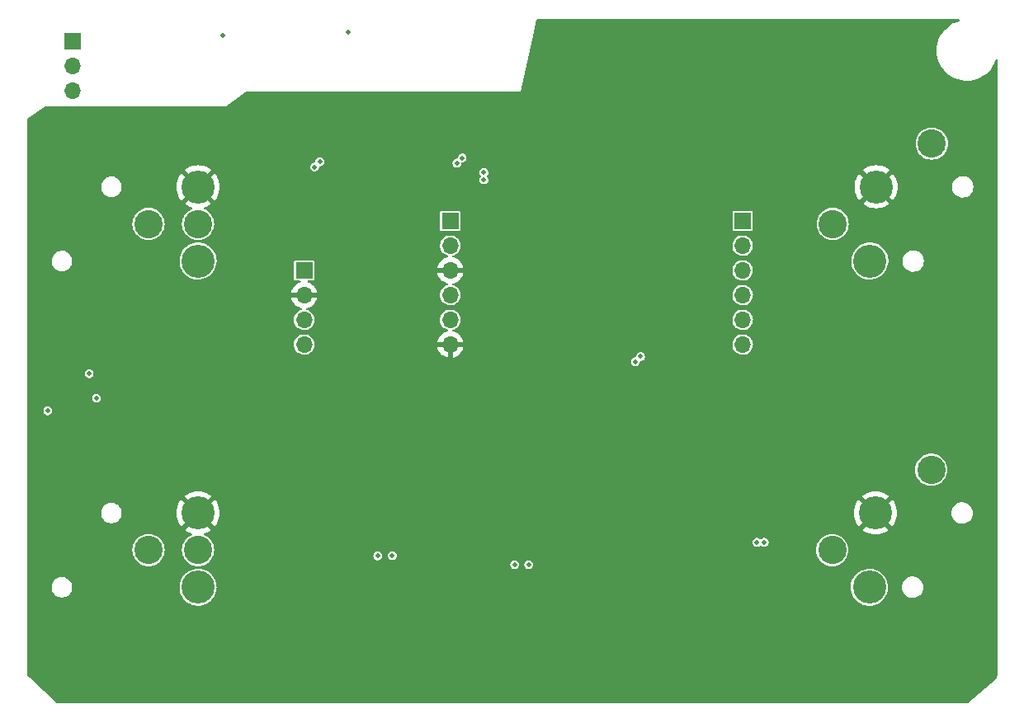
<source format=gbr>
G04 #@! TF.GenerationSoftware,KiCad,Pcbnew,6.0.2+dfsg-1*
G04 #@! TF.CreationDate,2022-08-31T21:38:21+10:00*
G04 #@! TF.ProjectId,AudioInjector.ABS.v1.balanced.preamplifier,41756469-6f49-46e6-9a65-63746f722e41,rev?*
G04 #@! TF.SameCoordinates,Original*
G04 #@! TF.FileFunction,Copper,L3,Inr*
G04 #@! TF.FilePolarity,Positive*
%FSLAX45Y45*%
G04 Gerber Fmt 4.5, Leading zero omitted, Abs format (unit mm)*
G04 Created by KiCad (PCBNEW 6.0.2+dfsg-1) date 2022-08-31 21:38:21*
%MOMM*%
%LPD*%
G01*
G04 APERTURE LIST*
G04 #@! TA.AperFunction,ComponentPad*
%ADD10C,3.400000*%
G04 #@! TD*
G04 #@! TA.AperFunction,ComponentPad*
%ADD11C,2.900000*%
G04 #@! TD*
G04 #@! TA.AperFunction,ComponentPad*
%ADD12R,1.700000X1.700000*%
G04 #@! TD*
G04 #@! TA.AperFunction,ComponentPad*
%ADD13O,1.700000X1.700000*%
G04 #@! TD*
G04 #@! TA.AperFunction,ViaPad*
%ADD14C,0.500000*%
G04 #@! TD*
G04 APERTURE END LIST*
D10*
X10987000Y-11900000D03*
X10987000Y-12662000D03*
D11*
X10987000Y-12281000D03*
X10479000Y-12281000D03*
D10*
X17943500Y-11900000D03*
X17880000Y-12662000D03*
D11*
X17498500Y-12281000D03*
X18515500Y-11456000D03*
D10*
X17938500Y-15250000D03*
X17875000Y-16012000D03*
D11*
X17493500Y-15631000D03*
X18510500Y-14806000D03*
D10*
X10987000Y-15250000D03*
X10987000Y-16012000D03*
D11*
X10987000Y-15631000D03*
X10479000Y-15631000D03*
D12*
X16575000Y-12250000D03*
D13*
X16575000Y-12504000D03*
X16575000Y-12758000D03*
X16575000Y-13012000D03*
X16575000Y-13266000D03*
X16575000Y-13520000D03*
D12*
X9700000Y-10402000D03*
D13*
X9700000Y-10656000D03*
X9700000Y-10910000D03*
D12*
X12075000Y-12758000D03*
D13*
X12075000Y-13012000D03*
X12075000Y-13266000D03*
X12075000Y-13520000D03*
D12*
X13575000Y-12250000D03*
D13*
X13575000Y-12504000D03*
X13575000Y-12758000D03*
X13575000Y-13012000D03*
X13575000Y-13266000D03*
X13575000Y-13520000D03*
D14*
X13360000Y-15375000D03*
X13755000Y-15200000D03*
X14330000Y-11890000D03*
X14050000Y-12910000D03*
X13610000Y-10990000D03*
X18930000Y-12727500D03*
X13020000Y-14150000D03*
X13080000Y-16920000D03*
X12660000Y-14410000D03*
X16320000Y-14130000D03*
X17570000Y-12790000D03*
X11910000Y-13650000D03*
X14100000Y-11150000D03*
X17400000Y-12580000D03*
X15230000Y-16155000D03*
X16890000Y-14530000D03*
X15350000Y-10520000D03*
X14760000Y-13950000D03*
X18922500Y-15992500D03*
X12885000Y-11805000D03*
X18587500Y-10217500D03*
X9440000Y-11145000D03*
X14717500Y-15555000D03*
X17600000Y-15880000D03*
X17490000Y-10990000D03*
X13700000Y-15940000D03*
X18355000Y-11725000D03*
X11975000Y-11875000D03*
X14710000Y-10830000D03*
X15840000Y-13350000D03*
X19125000Y-11512500D03*
X15440000Y-16790000D03*
X14930000Y-10420000D03*
X10240000Y-16540000D03*
X10565000Y-15370000D03*
X14837500Y-15215000D03*
X15680000Y-12380000D03*
X13700000Y-15940000D03*
X12180000Y-12090000D03*
X13320000Y-14610000D03*
X14670000Y-13480000D03*
X17140000Y-17110000D03*
X10750000Y-12675000D03*
X13265000Y-12655000D03*
X18497500Y-11180000D03*
X15290000Y-16930000D03*
X17590000Y-12540000D03*
X12812500Y-16247500D03*
X13040000Y-16460000D03*
X11450000Y-11050000D03*
X11130000Y-16300000D03*
X12545000Y-15895000D03*
X12397500Y-15895000D03*
X11215000Y-15650000D03*
X12170000Y-10980000D03*
X9300000Y-13845000D03*
X14400000Y-16210000D03*
X11850000Y-12805000D03*
X18962500Y-14725000D03*
X16020000Y-10760000D03*
X10550000Y-16040000D03*
X18287500Y-11295000D03*
X16880000Y-12080000D03*
X15670000Y-13750000D03*
X14200000Y-16330000D03*
X16870000Y-15250000D03*
X11985000Y-12580000D03*
X14380000Y-10720000D03*
X16120000Y-15230000D03*
X13330000Y-15940000D03*
X13640000Y-11400000D03*
X16150000Y-16790000D03*
X9812500Y-12947500D03*
X14270000Y-12200000D03*
X14500000Y-14990000D03*
X11245000Y-12290000D03*
X9640000Y-17115000D03*
X18347500Y-12467500D03*
X14080000Y-14610000D03*
X13300000Y-12060000D03*
X12390000Y-12710000D03*
X9842500Y-13995000D03*
X18727500Y-10875000D03*
X13450000Y-11870000D03*
X14880000Y-12150000D03*
X11385000Y-14400000D03*
X11740000Y-16100000D03*
X9455000Y-13130000D03*
X16130000Y-13340000D03*
X11480000Y-13040000D03*
X14670000Y-14240000D03*
X12589999Y-12950001D03*
X15150000Y-15310000D03*
X13330000Y-17100000D03*
X14050000Y-16690000D03*
X14210000Y-13700000D03*
X10452500Y-14670000D03*
X11080000Y-14790000D03*
X16370000Y-13460000D03*
X15370000Y-13770000D03*
X14960000Y-11730000D03*
X13470000Y-16070000D03*
X14180000Y-16910000D03*
X16100000Y-12160000D03*
X12720000Y-16920000D03*
X13330000Y-14160000D03*
X11540000Y-14910000D03*
X16010000Y-13200000D03*
X14130000Y-15990000D03*
X16670000Y-11150000D03*
X19150000Y-10792500D03*
X14690000Y-12470000D03*
X16490000Y-12020000D03*
X12570000Y-11630000D03*
X13030000Y-15410000D03*
X18135000Y-12662500D03*
X9445000Y-14357500D03*
X18505000Y-12795000D03*
X9760000Y-14950000D03*
X13820000Y-12555000D03*
X11470000Y-16530000D03*
X19115000Y-14725000D03*
X16640000Y-15910000D03*
X13850000Y-14620000D03*
X10910000Y-14955000D03*
X11450000Y-13560000D03*
X10137500Y-17010000D03*
X12070000Y-14560000D03*
X16070000Y-10590000D03*
X14780000Y-16395000D03*
X14980000Y-14880000D03*
X10725000Y-16022500D03*
X14270000Y-12770000D03*
X18647500Y-15137500D03*
X9340000Y-14067500D03*
X13400000Y-14925000D03*
X15820000Y-16085000D03*
X18937500Y-11750000D03*
X13960000Y-11920000D03*
X12200000Y-14740000D03*
X9400000Y-16835000D03*
X16267500Y-12555000D03*
X16880000Y-13870000D03*
X15320000Y-13060000D03*
X13350000Y-16290000D03*
X13800000Y-13310000D03*
X17750000Y-15605000D03*
X14080000Y-15680000D03*
X10720000Y-13820000D03*
X9852500Y-11470000D03*
X14620000Y-11430000D03*
X10055000Y-13170000D03*
X13410000Y-12910000D03*
X15150000Y-13280000D03*
X12810000Y-15360000D03*
X15000000Y-12960000D03*
X12360000Y-13210000D03*
X15510000Y-14090000D03*
X12820000Y-12410000D03*
X9850000Y-13440000D03*
X14100000Y-14120000D03*
X15680000Y-15480000D03*
X11750000Y-13860000D03*
X15170000Y-11470000D03*
X14110000Y-11380000D03*
X15480000Y-15290000D03*
X14810000Y-14610000D03*
X14600000Y-16790000D03*
X16860000Y-15410000D03*
X12905000Y-13145000D03*
X13790000Y-11580000D03*
X15070000Y-16325000D03*
X12930000Y-14490000D03*
X12050000Y-11600000D03*
X16880000Y-13735000D03*
X14350000Y-11500000D03*
X16860000Y-16040000D03*
X17300000Y-16840000D03*
X15250000Y-14560000D03*
X9452500Y-16390000D03*
X16080000Y-15405000D03*
X18170000Y-16740000D03*
X13160000Y-11150000D03*
X14540000Y-13100000D03*
X13305000Y-16735000D03*
X12480000Y-12080000D03*
X14360000Y-15230000D03*
X16660000Y-15230000D03*
X14732500Y-15332500D03*
X16330000Y-16110000D03*
X12620000Y-11150000D03*
X10450000Y-11265000D03*
X15440000Y-11330000D03*
X14520000Y-14100000D03*
X15790000Y-12070000D03*
X12650000Y-16760000D03*
X13730000Y-11890000D03*
X15180000Y-13130000D03*
X16540000Y-14950000D03*
X12187500Y-15950000D03*
X11935000Y-15870000D03*
X15860000Y-11590000D03*
X15835000Y-16335000D03*
X10232500Y-15565000D03*
X16250000Y-11540000D03*
X12320000Y-14170000D03*
X14700000Y-15010000D03*
X13620000Y-11760000D03*
X16200000Y-10970000D03*
X15440000Y-15715000D03*
X16170000Y-13690000D03*
X9465000Y-13475000D03*
X17040000Y-12010000D03*
X11320000Y-13190000D03*
X18967500Y-14897500D03*
X11140000Y-13060000D03*
X17060000Y-15330000D03*
X12650000Y-13830000D03*
X12510000Y-11370000D03*
X16280000Y-13120000D03*
X16070000Y-11890000D03*
X19127500Y-13877500D03*
X13260000Y-11650000D03*
X16630000Y-14310000D03*
X10102500Y-12460000D03*
X14460000Y-15510000D03*
X11040000Y-16950000D03*
X13210000Y-13170000D03*
X17060000Y-16060000D03*
X12420000Y-16110000D03*
X13790000Y-14120000D03*
X16140000Y-12342500D03*
X15510000Y-12220000D03*
X14730000Y-15160000D03*
X13080000Y-16160000D03*
X13500000Y-15020000D03*
X12645000Y-16600000D03*
X13785000Y-12140000D03*
X14000000Y-11660000D03*
X14490000Y-10230000D03*
X15410000Y-16450000D03*
X18922500Y-13895000D03*
X11710000Y-14470000D03*
X12940000Y-15160000D03*
X15520000Y-10270000D03*
X15470000Y-15150000D03*
X12640000Y-15000000D03*
X17332500Y-12057500D03*
X16860000Y-12800000D03*
X12550000Y-11870000D03*
X16280000Y-15610000D03*
X10292500Y-12697500D03*
X12500000Y-14760000D03*
X12082500Y-16760000D03*
X14800000Y-13600000D03*
X14220000Y-15510000D03*
X15660000Y-11620000D03*
X16070000Y-13880000D03*
X14990000Y-16020000D03*
X12925000Y-14980000D03*
X10182500Y-14792500D03*
X14240000Y-16750000D03*
X17650000Y-16230000D03*
X14750000Y-16092500D03*
X10270000Y-12040000D03*
X14530000Y-13680000D03*
X15490000Y-14420000D03*
X12190000Y-11420000D03*
X11740000Y-15110000D03*
X16650000Y-15410000D03*
X18942500Y-16847500D03*
X18757500Y-17050000D03*
X9470000Y-11725000D03*
X14520000Y-12200000D03*
X12110000Y-15020000D03*
X14660000Y-13220000D03*
X12900000Y-10980000D03*
X16340000Y-16570000D03*
X14560000Y-15200000D03*
X14910000Y-13740000D03*
X15580000Y-13520000D03*
X12730000Y-15930000D03*
X16590000Y-16580000D03*
X15470000Y-12600000D03*
X16650000Y-13730000D03*
X11625000Y-12600000D03*
X14895000Y-16295000D03*
X15580000Y-12810000D03*
X15200000Y-11780000D03*
X14010000Y-16210000D03*
X12280000Y-11890000D03*
X14950000Y-13470000D03*
X17490000Y-10260000D03*
X15580000Y-15875000D03*
X16870000Y-13220000D03*
X14510000Y-13380000D03*
X19140000Y-16850000D03*
X15450000Y-10990000D03*
X15830000Y-13010000D03*
X9782500Y-13610000D03*
X16620000Y-11750000D03*
X15260000Y-17110000D03*
X18912500Y-17125000D03*
X17980000Y-13770000D03*
X12900000Y-11340000D03*
X15410000Y-12930000D03*
X14200000Y-14850000D03*
X13012500Y-16727500D03*
X15320000Y-12440000D03*
X11870000Y-16490000D03*
X16450000Y-11790000D03*
X18727500Y-11595000D03*
X10725000Y-12155000D03*
X16330000Y-14660000D03*
X17050000Y-13650000D03*
X10030000Y-13815000D03*
X12980000Y-14760000D03*
X15600000Y-10620000D03*
X15410000Y-16005000D03*
X11720000Y-11360000D03*
X11330000Y-14050000D03*
X13500000Y-11600000D03*
X12080000Y-13990000D03*
X10062500Y-14377500D03*
X12840000Y-16720000D03*
X14890000Y-13070000D03*
X15280000Y-15490000D03*
X15450000Y-16610000D03*
X11245000Y-12640000D03*
X11740000Y-11140000D03*
X15430000Y-13370000D03*
X13300000Y-11370000D03*
X11960000Y-16930000D03*
X17320000Y-15880000D03*
X16680000Y-11990000D03*
X11985000Y-15370000D03*
X14750000Y-16610000D03*
X15770000Y-15130000D03*
X13410000Y-12250000D03*
X12192500Y-16107500D03*
X15740000Y-14740000D03*
X12595000Y-15680000D03*
X16660000Y-13880000D03*
X13210000Y-13870000D03*
X9830000Y-14402500D03*
X19125000Y-12737500D03*
X18960000Y-12095000D03*
X12320000Y-11540000D03*
X15100000Y-14500000D03*
X14490000Y-15900000D03*
X18790000Y-11352500D03*
X14680000Y-12950000D03*
X16350000Y-16830000D03*
X13580000Y-15150000D03*
X14670000Y-13620000D03*
X12327500Y-15200000D03*
X9435000Y-12510000D03*
X13440000Y-15150000D03*
X15190000Y-14940000D03*
X12770000Y-12140000D03*
X12185000Y-12430000D03*
X11515000Y-15775000D03*
X15440000Y-10660000D03*
X18490000Y-10565000D03*
X14620000Y-11860000D03*
X9415000Y-15540000D03*
X16797500Y-15550000D03*
X16722500Y-15550000D03*
X12980000Y-15687500D03*
X14235000Y-15780000D03*
X12830000Y-15690000D03*
X14380000Y-15780000D03*
X15526517Y-13643483D03*
X12236517Y-11643483D03*
X12183483Y-11696517D03*
X15473483Y-13696517D03*
X13696517Y-11603483D03*
X13920000Y-11752500D03*
X13643483Y-11656517D03*
X13920000Y-11827500D03*
X11243000Y-10342000D03*
X12525000Y-10310000D03*
X9445000Y-14200000D03*
X9870000Y-13820000D03*
X9945000Y-14070000D03*
G04 #@! TA.AperFunction,Conductor*
G36*
X18801322Y-10181891D02*
G01*
X18804918Y-10186841D01*
X18804918Y-10192959D01*
X18801322Y-10197909D01*
X18798273Y-10199405D01*
X18771603Y-10207178D01*
X18771603Y-10207178D01*
X18771334Y-10207257D01*
X18738861Y-10220874D01*
X18738615Y-10221011D01*
X18738615Y-10221012D01*
X18735293Y-10222872D01*
X18708138Y-10238079D01*
X18679561Y-10258652D01*
X18653495Y-10282328D01*
X18653310Y-10282539D01*
X18653310Y-10282540D01*
X18639652Y-10298113D01*
X18630278Y-10308802D01*
X18610207Y-10337735D01*
X18593540Y-10368753D01*
X18593436Y-10369014D01*
X18593436Y-10369014D01*
X18583881Y-10392963D01*
X18580492Y-10401459D01*
X18580418Y-10401729D01*
X18580418Y-10401729D01*
X18571765Y-10433468D01*
X18571230Y-10435432D01*
X18571187Y-10435708D01*
X18571187Y-10435708D01*
X18566440Y-10466551D01*
X18565873Y-10470235D01*
X18565862Y-10470514D01*
X18565862Y-10470514D01*
X18564616Y-10502237D01*
X18564491Y-10505420D01*
X18564512Y-10505700D01*
X18567080Y-10540257D01*
X18567080Y-10540258D01*
X18567100Y-10540536D01*
X18573668Y-10575130D01*
X18584110Y-10608759D01*
X18598292Y-10640990D01*
X18598433Y-10641232D01*
X18598434Y-10641232D01*
X18608765Y-10658947D01*
X18616031Y-10671408D01*
X18637100Y-10699622D01*
X18661227Y-10725270D01*
X18688102Y-10748021D01*
X18717381Y-10767585D01*
X18717629Y-10767713D01*
X18717630Y-10767713D01*
X18739523Y-10778989D01*
X18748685Y-10783708D01*
X18748948Y-10783807D01*
X18748949Y-10783807D01*
X18781351Y-10796083D01*
X18781352Y-10796084D01*
X18781614Y-10796183D01*
X18815743Y-10804851D01*
X18850634Y-10809599D01*
X18850870Y-10809609D01*
X18850870Y-10809609D01*
X18862013Y-10810046D01*
X18862015Y-10810046D01*
X18862108Y-10810050D01*
X18883920Y-10810050D01*
X18903422Y-10808943D01*
X18909876Y-10808576D01*
X18909876Y-10808576D01*
X18910156Y-10808560D01*
X18910432Y-10808513D01*
X18910433Y-10808513D01*
X18944583Y-10802645D01*
X18944584Y-10802645D01*
X18944860Y-10802597D01*
X18945129Y-10802519D01*
X18945129Y-10802519D01*
X18978397Y-10792822D01*
X18978397Y-10792822D01*
X18978666Y-10792743D01*
X19011139Y-10779126D01*
X19041862Y-10761921D01*
X19070440Y-10741348D01*
X19096505Y-10717672D01*
X19097228Y-10716847D01*
X19119537Y-10691409D01*
X19119537Y-10691409D01*
X19119722Y-10691198D01*
X19139793Y-10662265D01*
X19156460Y-10631247D01*
X19165432Y-10608759D01*
X19169404Y-10598801D01*
X19169508Y-10598541D01*
X19170549Y-10594725D01*
X19173903Y-10589608D01*
X19179625Y-10587440D01*
X19185528Y-10589049D01*
X19189358Y-10593821D01*
X19190000Y-10597329D01*
X19190000Y-16881604D01*
X19189748Y-16883823D01*
X19189486Y-16884964D01*
X19189732Y-16886052D01*
X19189730Y-16886976D01*
X19189833Y-16888184D01*
X19188274Y-16917931D01*
X19188166Y-16918961D01*
X19184832Y-16940013D01*
X19182054Y-16945464D01*
X19181526Y-16945955D01*
X18884893Y-17202138D01*
X18878941Y-17204531D01*
X18874548Y-17204762D01*
X18873236Y-17204830D01*
X18872167Y-17204737D01*
X18871122Y-17204736D01*
X18870036Y-17204486D01*
X18868949Y-17204732D01*
X18868948Y-17204732D01*
X18868842Y-17204756D01*
X18866657Y-17205000D01*
X9553396Y-17205000D01*
X9551177Y-17204748D01*
X9550036Y-17204486D01*
X9548948Y-17204732D01*
X9548024Y-17204730D01*
X9546816Y-17204833D01*
X9544172Y-17204695D01*
X9542579Y-17204611D01*
X9536867Y-17202419D01*
X9536261Y-17201886D01*
X9261918Y-16940013D01*
X9234199Y-16913554D01*
X9231295Y-16908168D01*
X9231148Y-16906911D01*
X9231092Y-16905827D01*
X9230171Y-16888261D01*
X9230354Y-16886179D01*
X9230323Y-16886175D01*
X9230388Y-16885618D01*
X9230514Y-16885072D01*
X9230514Y-16885000D01*
X9230248Y-16883832D01*
X9230000Y-16881630D01*
X9230000Y-16011263D01*
X9484444Y-16011263D01*
X9484960Y-16016929D01*
X9485886Y-16027106D01*
X9486311Y-16031780D01*
X9492128Y-16051543D01*
X9501673Y-16069800D01*
X9503240Y-16071749D01*
X9513558Y-16084582D01*
X9514582Y-16085855D01*
X9514953Y-16086167D01*
X9514953Y-16086167D01*
X9521549Y-16091702D01*
X9530363Y-16099098D01*
X9530788Y-16099331D01*
X9530788Y-16099331D01*
X9533528Y-16100837D01*
X9548416Y-16109022D01*
X9548878Y-16109169D01*
X9548878Y-16109169D01*
X9565460Y-16114429D01*
X9568053Y-16115252D01*
X9568534Y-16115306D01*
X9568535Y-16115306D01*
X9583811Y-16117019D01*
X9583811Y-16117019D01*
X9584086Y-16117050D01*
X9595184Y-16117050D01*
X9595424Y-16117026D01*
X9595424Y-16117026D01*
X9610022Y-16115595D01*
X9610022Y-16115595D01*
X9610503Y-16115548D01*
X9610966Y-16115408D01*
X9610966Y-16115408D01*
X9627803Y-16110325D01*
X9630225Y-16109593D01*
X9648415Y-16099922D01*
X9664380Y-16086901D01*
X9672941Y-16076553D01*
X9677204Y-16071400D01*
X9677204Y-16071400D01*
X9677512Y-16071027D01*
X9684545Y-16058020D01*
X9687080Y-16053331D01*
X9687080Y-16053331D01*
X9687310Y-16052905D01*
X9689267Y-16046585D01*
X9693259Y-16033687D01*
X9693259Y-16033687D01*
X9693402Y-16033225D01*
X9693506Y-16032244D01*
X9695505Y-16013218D01*
X9695505Y-16013218D01*
X9695556Y-16012737D01*
X9694944Y-16006015D01*
X10796559Y-16006015D01*
X10796572Y-16006364D01*
X10796572Y-16006365D01*
X10796804Y-16012253D01*
X10797615Y-16032908D01*
X10798660Y-16038627D01*
X10802201Y-16058020D01*
X10802451Y-16059384D01*
X10802561Y-16059716D01*
X10802561Y-16059716D01*
X10810614Y-16083852D01*
X10810968Y-16084915D01*
X10811125Y-16085228D01*
X10811125Y-16085228D01*
X10811961Y-16086901D01*
X10822998Y-16108990D01*
X10838300Y-16131131D01*
X10856570Y-16150894D01*
X10856841Y-16151115D01*
X10856841Y-16151115D01*
X10877170Y-16167666D01*
X10877441Y-16167887D01*
X10900499Y-16181768D01*
X10925282Y-16192263D01*
X10951297Y-16199161D01*
X10951645Y-16199202D01*
X10951645Y-16199202D01*
X10972181Y-16201632D01*
X10978025Y-16202324D01*
X10978373Y-16202316D01*
X10978374Y-16202316D01*
X10990634Y-16202027D01*
X11004931Y-16201690D01*
X11031480Y-16197271D01*
X11031813Y-16197166D01*
X11031813Y-16197165D01*
X11041437Y-16194122D01*
X11057141Y-16189155D01*
X11057457Y-16189004D01*
X11057457Y-16189004D01*
X11081087Y-16177657D01*
X11081087Y-16177656D01*
X11081403Y-16177505D01*
X11103781Y-16162553D01*
X11104041Y-16162319D01*
X11104042Y-16162319D01*
X11123568Y-16144830D01*
X11123568Y-16144830D01*
X11123829Y-16144596D01*
X11141147Y-16123994D01*
X11155389Y-16101157D01*
X11155530Y-16100837D01*
X11166130Y-16076862D01*
X11166130Y-16076861D01*
X11166271Y-16076542D01*
X11166366Y-16076205D01*
X11166366Y-16076205D01*
X11172817Y-16053331D01*
X11173577Y-16050638D01*
X11177160Y-16023964D01*
X11177497Y-16013218D01*
X11177528Y-16012253D01*
X11177528Y-16012252D01*
X11177536Y-16012000D01*
X11177483Y-16011263D01*
X11177112Y-16006015D01*
X17684559Y-16006015D01*
X17684572Y-16006364D01*
X17684572Y-16006365D01*
X17684804Y-16012253D01*
X17685615Y-16032908D01*
X17686660Y-16038627D01*
X17690201Y-16058020D01*
X17690451Y-16059384D01*
X17690561Y-16059716D01*
X17690561Y-16059716D01*
X17698614Y-16083852D01*
X17698968Y-16084915D01*
X17699125Y-16085228D01*
X17699125Y-16085228D01*
X17699961Y-16086901D01*
X17710998Y-16108990D01*
X17726300Y-16131131D01*
X17744570Y-16150894D01*
X17744841Y-16151115D01*
X17744841Y-16151115D01*
X17765170Y-16167666D01*
X17765441Y-16167887D01*
X17788499Y-16181768D01*
X17813282Y-16192263D01*
X17839297Y-16199161D01*
X17839645Y-16199202D01*
X17839645Y-16199202D01*
X17860181Y-16201632D01*
X17866025Y-16202324D01*
X17866373Y-16202316D01*
X17866374Y-16202316D01*
X17878634Y-16202027D01*
X17892931Y-16201690D01*
X17919480Y-16197271D01*
X17919813Y-16197166D01*
X17919813Y-16197165D01*
X17929437Y-16194122D01*
X17945141Y-16189155D01*
X17945457Y-16189004D01*
X17945457Y-16189004D01*
X17969087Y-16177657D01*
X17969087Y-16177656D01*
X17969403Y-16177505D01*
X17991781Y-16162553D01*
X17992041Y-16162319D01*
X17992042Y-16162319D01*
X18011568Y-16144830D01*
X18011568Y-16144830D01*
X18011829Y-16144596D01*
X18029147Y-16123994D01*
X18043389Y-16101157D01*
X18043530Y-16100837D01*
X18054130Y-16076862D01*
X18054130Y-16076861D01*
X18054271Y-16076542D01*
X18054366Y-16076205D01*
X18054366Y-16076205D01*
X18060817Y-16053331D01*
X18061577Y-16050638D01*
X18065160Y-16023964D01*
X18065497Y-16013218D01*
X18065528Y-16012253D01*
X18065528Y-16012252D01*
X18065536Y-16012000D01*
X18065483Y-16011263D01*
X18065153Y-16006600D01*
X18209081Y-16006600D01*
X18209103Y-16007071D01*
X18209103Y-16007071D01*
X18209873Y-16023710D01*
X18210052Y-16027577D01*
X18210163Y-16028035D01*
X18212608Y-16038183D01*
X18214972Y-16047992D01*
X18223664Y-16067108D01*
X18235814Y-16084236D01*
X18238917Y-16087207D01*
X18250643Y-16098432D01*
X18250643Y-16098432D01*
X18250983Y-16098757D01*
X18268625Y-16110148D01*
X18269062Y-16110325D01*
X18285749Y-16117050D01*
X18288102Y-16117998D01*
X18288564Y-16118088D01*
X18308363Y-16121955D01*
X18308363Y-16121955D01*
X18308712Y-16122023D01*
X18309264Y-16122050D01*
X18324747Y-16122050D01*
X18334354Y-16121133D01*
X18339935Y-16120601D01*
X18339936Y-16120601D01*
X18340405Y-16120556D01*
X18360555Y-16114645D01*
X18379224Y-16105029D01*
X18395738Y-16092058D01*
X18409501Y-16076197D01*
X18420017Y-16058020D01*
X18423499Y-16047992D01*
X18426751Y-16038627D01*
X18426751Y-16038627D01*
X18426905Y-16038183D01*
X18427721Y-16032558D01*
X18429851Y-16017867D01*
X18429851Y-16017867D01*
X18429919Y-16017400D01*
X18429897Y-16016929D01*
X18428970Y-15996894D01*
X18428970Y-15996894D01*
X18428948Y-15996423D01*
X18426504Y-15986284D01*
X18424138Y-15976466D01*
X18424138Y-15976466D01*
X18424028Y-15976008D01*
X18415336Y-15956892D01*
X18403186Y-15939764D01*
X18394712Y-15931651D01*
X18388357Y-15925568D01*
X18388357Y-15925568D01*
X18388017Y-15925242D01*
X18370375Y-15913851D01*
X18369938Y-15913675D01*
X18351336Y-15906178D01*
X18351335Y-15906178D01*
X18350898Y-15906002D01*
X18350369Y-15905898D01*
X18330637Y-15902045D01*
X18330637Y-15902045D01*
X18330288Y-15901977D01*
X18329736Y-15901950D01*
X18314253Y-15901950D01*
X18304646Y-15902867D01*
X18299065Y-15903399D01*
X18299065Y-15903399D01*
X18298595Y-15903444D01*
X18278445Y-15909355D01*
X18259776Y-15918970D01*
X18243262Y-15931942D01*
X18229499Y-15947803D01*
X18218983Y-15965980D01*
X18218829Y-15966424D01*
X18218829Y-15966424D01*
X18214378Y-15979241D01*
X18212095Y-15985817D01*
X18212027Y-15986284D01*
X18211234Y-15991756D01*
X18209081Y-16006600D01*
X18065153Y-16006600D01*
X18064169Y-15992702D01*
X18063635Y-15985153D01*
X18057970Y-15958842D01*
X18056118Y-15953823D01*
X18048776Y-15933921D01*
X18048655Y-15933592D01*
X18047765Y-15931942D01*
X18036041Y-15910214D01*
X18036040Y-15910214D01*
X18035874Y-15909906D01*
X18035468Y-15909355D01*
X18020093Y-15888539D01*
X18019884Y-15888257D01*
X18001003Y-15869077D01*
X17979608Y-15852749D01*
X17956126Y-15839598D01*
X17931025Y-15829887D01*
X17930685Y-15829809D01*
X17930684Y-15829808D01*
X17909848Y-15824979D01*
X17904806Y-15823810D01*
X17883804Y-15821991D01*
X17878342Y-15821518D01*
X17878342Y-15821518D01*
X17877993Y-15821488D01*
X17866421Y-15822125D01*
X17851470Y-15822948D01*
X17851469Y-15822948D01*
X17851120Y-15822967D01*
X17824723Y-15828218D01*
X17799329Y-15837135D01*
X17799019Y-15837296D01*
X17799019Y-15837296D01*
X17794588Y-15839598D01*
X17775446Y-15849542D01*
X17775161Y-15849745D01*
X17775161Y-15849745D01*
X17766312Y-15856069D01*
X17753548Y-15865190D01*
X17749211Y-15869327D01*
X17734327Y-15883526D01*
X17734327Y-15883526D01*
X17734074Y-15883767D01*
X17717412Y-15904903D01*
X17703894Y-15928176D01*
X17693790Y-15953121D01*
X17687302Y-15979241D01*
X17684559Y-16006015D01*
X11177112Y-16006015D01*
X11176169Y-15992702D01*
X11175635Y-15985153D01*
X11169970Y-15958842D01*
X11168118Y-15953823D01*
X11160776Y-15933921D01*
X11160655Y-15933592D01*
X11159765Y-15931942D01*
X11148041Y-15910214D01*
X11148040Y-15910214D01*
X11147874Y-15909906D01*
X11147468Y-15909355D01*
X11132093Y-15888539D01*
X11131884Y-15888257D01*
X11113003Y-15869077D01*
X11091608Y-15852749D01*
X11068126Y-15839598D01*
X11043025Y-15829887D01*
X11042685Y-15829809D01*
X11042684Y-15829808D01*
X11021848Y-15824979D01*
X11016806Y-15823810D01*
X10995804Y-15821991D01*
X10990342Y-15821518D01*
X10990342Y-15821518D01*
X10989993Y-15821488D01*
X10978421Y-15822125D01*
X10963470Y-15822948D01*
X10963469Y-15822948D01*
X10963120Y-15822967D01*
X10936723Y-15828218D01*
X10911329Y-15837135D01*
X10911019Y-15837296D01*
X10911019Y-15837296D01*
X10906588Y-15839598D01*
X10887446Y-15849542D01*
X10887161Y-15849745D01*
X10887161Y-15849745D01*
X10878312Y-15856069D01*
X10865548Y-15865190D01*
X10861211Y-15869327D01*
X10846327Y-15883526D01*
X10846327Y-15883526D01*
X10846074Y-15883767D01*
X10829412Y-15904903D01*
X10815894Y-15928176D01*
X10805790Y-15953121D01*
X10799302Y-15979241D01*
X10796559Y-16006015D01*
X9694944Y-16006015D01*
X9694912Y-16005666D01*
X9693733Y-15992702D01*
X9693732Y-15992702D01*
X9693689Y-15992220D01*
X9687872Y-15972457D01*
X9678327Y-15954200D01*
X9672898Y-15947447D01*
X9665722Y-15938522D01*
X9665722Y-15938522D01*
X9665419Y-15938145D01*
X9659625Y-15933283D01*
X9650009Y-15925214D01*
X9650008Y-15925214D01*
X9649637Y-15924902D01*
X9647724Y-15923851D01*
X9643474Y-15921514D01*
X9631584Y-15914978D01*
X9631123Y-15914831D01*
X9631122Y-15914831D01*
X9612408Y-15908895D01*
X9611947Y-15908748D01*
X9611466Y-15908694D01*
X9611466Y-15908694D01*
X9596189Y-15906981D01*
X9596189Y-15906981D01*
X9595914Y-15906950D01*
X9584816Y-15906950D01*
X9584576Y-15906973D01*
X9584576Y-15906973D01*
X9569978Y-15908405D01*
X9569978Y-15908405D01*
X9569497Y-15908452D01*
X9569035Y-15908592D01*
X9569034Y-15908592D01*
X9557787Y-15911987D01*
X9549775Y-15914406D01*
X9531585Y-15924078D01*
X9515620Y-15937099D01*
X9502488Y-15952972D01*
X9502258Y-15953398D01*
X9495215Y-15966424D01*
X9492690Y-15971094D01*
X9492547Y-15971556D01*
X9488230Y-15985503D01*
X9486598Y-15990775D01*
X9486547Y-15991255D01*
X9486547Y-15991256D01*
X9486395Y-15992702D01*
X9484444Y-16011263D01*
X9230000Y-16011263D01*
X9230000Y-15631000D01*
X10313440Y-15631000D01*
X10313470Y-15631387D01*
X10315426Y-15656237D01*
X10315478Y-15656899D01*
X10315569Y-15657277D01*
X10320526Y-15677924D01*
X10321543Y-15682161D01*
X10331485Y-15706163D01*
X10345059Y-15728314D01*
X10345312Y-15728610D01*
X10345312Y-15728610D01*
X10348393Y-15732217D01*
X10361931Y-15748069D01*
X10381686Y-15764941D01*
X10403837Y-15778515D01*
X10427839Y-15788457D01*
X10428216Y-15788548D01*
X10428217Y-15788548D01*
X10440681Y-15791540D01*
X10453101Y-15794522D01*
X10453487Y-15794552D01*
X10453488Y-15794553D01*
X10478613Y-15796530D01*
X10479000Y-15796560D01*
X10479388Y-15796530D01*
X10504512Y-15794553D01*
X10504513Y-15794552D01*
X10504899Y-15794522D01*
X10517319Y-15791540D01*
X10529783Y-15788548D01*
X10529784Y-15788548D01*
X10530161Y-15788457D01*
X10554163Y-15778515D01*
X10576314Y-15764941D01*
X10596069Y-15748069D01*
X10609607Y-15732217D01*
X10612688Y-15728610D01*
X10612688Y-15728610D01*
X10612941Y-15728314D01*
X10626515Y-15706163D01*
X10636457Y-15682161D01*
X10637475Y-15677924D01*
X10642432Y-15657277D01*
X10642522Y-15656899D01*
X10642574Y-15656237D01*
X10644530Y-15631387D01*
X10644560Y-15631000D01*
X10821440Y-15631000D01*
X10821470Y-15631387D01*
X10823426Y-15656237D01*
X10823478Y-15656899D01*
X10823569Y-15657277D01*
X10828526Y-15677924D01*
X10829543Y-15682161D01*
X10839485Y-15706163D01*
X10853059Y-15728314D01*
X10853312Y-15728610D01*
X10853312Y-15728610D01*
X10856393Y-15732217D01*
X10869931Y-15748069D01*
X10889686Y-15764941D01*
X10911837Y-15778515D01*
X10935839Y-15788457D01*
X10936216Y-15788548D01*
X10936217Y-15788548D01*
X10948681Y-15791540D01*
X10961101Y-15794522D01*
X10961487Y-15794552D01*
X10961488Y-15794553D01*
X10986613Y-15796530D01*
X10987000Y-15796560D01*
X10987388Y-15796530D01*
X11012512Y-15794553D01*
X11012513Y-15794552D01*
X11012899Y-15794522D01*
X11025319Y-15791540D01*
X11037783Y-15788548D01*
X11037784Y-15788548D01*
X11038161Y-15788457D01*
X11059921Y-15779444D01*
X14189490Y-15779444D01*
X14189582Y-15780144D01*
X14189582Y-15780144D01*
X14189708Y-15781112D01*
X14191163Y-15792239D01*
X14191447Y-15792884D01*
X14191447Y-15792885D01*
X14196076Y-15803405D01*
X14196360Y-15804051D01*
X14200512Y-15808990D01*
X14204210Y-15813389D01*
X14204210Y-15813389D01*
X14204664Y-15813929D01*
X14215406Y-15821080D01*
X14216079Y-15821290D01*
X14216079Y-15821290D01*
X14221385Y-15822948D01*
X14227723Y-15824928D01*
X14234174Y-15825046D01*
X14239920Y-15825151D01*
X14239920Y-15825151D01*
X14240625Y-15825164D01*
X14241306Y-15824979D01*
X14241306Y-15824979D01*
X14245703Y-15823780D01*
X14253075Y-15821770D01*
X14264072Y-15815018D01*
X14272732Y-15805451D01*
X14278359Y-15793837D01*
X14280500Y-15781112D01*
X14280513Y-15780000D01*
X14280434Y-15779444D01*
X14334490Y-15779444D01*
X14334582Y-15780144D01*
X14334582Y-15780144D01*
X14334708Y-15781112D01*
X14336163Y-15792239D01*
X14336447Y-15792884D01*
X14336447Y-15792885D01*
X14341076Y-15803405D01*
X14341360Y-15804051D01*
X14345512Y-15808990D01*
X14349210Y-15813389D01*
X14349210Y-15813389D01*
X14349664Y-15813929D01*
X14360406Y-15821080D01*
X14361079Y-15821290D01*
X14361079Y-15821290D01*
X14366385Y-15822948D01*
X14372723Y-15824928D01*
X14379174Y-15825046D01*
X14384920Y-15825151D01*
X14384920Y-15825151D01*
X14385625Y-15825164D01*
X14386306Y-15824979D01*
X14386306Y-15824979D01*
X14390703Y-15823780D01*
X14398075Y-15821770D01*
X14409072Y-15815018D01*
X14417732Y-15805451D01*
X14423359Y-15793837D01*
X14425500Y-15781112D01*
X14425513Y-15780000D01*
X14423684Y-15767226D01*
X14418343Y-15755479D01*
X14409919Y-15745703D01*
X14409328Y-15745319D01*
X14409327Y-15745319D01*
X14399682Y-15739068D01*
X14399091Y-15738684D01*
X14398415Y-15738482D01*
X14398415Y-15738482D01*
X14394133Y-15737202D01*
X14386727Y-15734987D01*
X14379064Y-15734940D01*
X14374528Y-15734912D01*
X14373823Y-15734908D01*
X14373145Y-15735101D01*
X14373145Y-15735101D01*
X14362093Y-15738260D01*
X14362093Y-15738260D01*
X14361415Y-15738454D01*
X14350502Y-15745340D01*
X14341960Y-15755012D01*
X14336475Y-15766693D01*
X14334490Y-15779444D01*
X14280434Y-15779444D01*
X14278684Y-15767226D01*
X14273343Y-15755479D01*
X14264919Y-15745703D01*
X14264328Y-15745319D01*
X14264327Y-15745319D01*
X14254682Y-15739068D01*
X14254091Y-15738684D01*
X14253415Y-15738482D01*
X14253415Y-15738482D01*
X14249133Y-15737202D01*
X14241727Y-15734987D01*
X14234064Y-15734940D01*
X14229528Y-15734912D01*
X14228823Y-15734908D01*
X14228145Y-15735101D01*
X14228145Y-15735101D01*
X14217093Y-15738260D01*
X14217093Y-15738260D01*
X14216415Y-15738454D01*
X14205502Y-15745340D01*
X14196960Y-15755012D01*
X14191475Y-15766693D01*
X14189490Y-15779444D01*
X11059921Y-15779444D01*
X11062163Y-15778515D01*
X11084314Y-15764941D01*
X11104069Y-15748069D01*
X11117607Y-15732217D01*
X11120688Y-15728610D01*
X11120688Y-15728610D01*
X11120941Y-15728314D01*
X11134515Y-15706163D01*
X11141441Y-15689444D01*
X12784490Y-15689444D01*
X12784582Y-15690144D01*
X12784582Y-15690144D01*
X12784708Y-15691112D01*
X12786163Y-15702239D01*
X12786447Y-15702884D01*
X12786447Y-15702885D01*
X12791076Y-15713405D01*
X12791360Y-15714051D01*
X12795512Y-15718990D01*
X12799210Y-15723389D01*
X12799210Y-15723389D01*
X12799664Y-15723929D01*
X12810406Y-15731080D01*
X12811079Y-15731290D01*
X12811079Y-15731290D01*
X12815437Y-15732651D01*
X12822723Y-15734928D01*
X12829174Y-15735046D01*
X12834920Y-15735151D01*
X12834920Y-15735151D01*
X12835625Y-15735164D01*
X12836306Y-15734979D01*
X12836306Y-15734979D01*
X12840483Y-15733840D01*
X12848075Y-15731770D01*
X12859072Y-15725018D01*
X12867732Y-15715451D01*
X12873359Y-15703837D01*
X12875500Y-15691112D01*
X12875513Y-15690000D01*
X12875076Y-15686944D01*
X12934490Y-15686944D01*
X12934582Y-15687644D01*
X12934582Y-15687644D01*
X12934708Y-15688612D01*
X12936163Y-15699739D01*
X12936447Y-15700384D01*
X12936447Y-15700385D01*
X12938990Y-15706163D01*
X12941360Y-15711551D01*
X12945078Y-15715973D01*
X12949210Y-15720889D01*
X12949210Y-15720889D01*
X12949664Y-15721429D01*
X12960406Y-15728580D01*
X12961079Y-15728790D01*
X12961079Y-15728790D01*
X12966565Y-15730504D01*
X12972723Y-15732428D01*
X12979174Y-15732546D01*
X12984920Y-15732651D01*
X12984920Y-15732651D01*
X12985625Y-15732664D01*
X12986306Y-15732479D01*
X12986306Y-15732479D01*
X12991438Y-15731080D01*
X12998075Y-15729270D01*
X13009072Y-15722518D01*
X13017732Y-15712951D01*
X13021840Y-15704472D01*
X13023051Y-15701972D01*
X13023051Y-15701972D01*
X13023359Y-15701337D01*
X13025143Y-15690730D01*
X13025436Y-15688989D01*
X13025436Y-15688989D01*
X13025500Y-15688612D01*
X13025513Y-15687500D01*
X13023684Y-15674726D01*
X13018343Y-15662979D01*
X13012073Y-15655703D01*
X13010380Y-15653737D01*
X13010380Y-15653737D01*
X13009919Y-15653203D01*
X13009328Y-15652819D01*
X13009327Y-15652819D01*
X12999682Y-15646568D01*
X12999091Y-15646184D01*
X12998415Y-15645982D01*
X12998415Y-15645982D01*
X12994133Y-15644702D01*
X12986727Y-15642487D01*
X12979064Y-15642440D01*
X12974528Y-15642412D01*
X12973823Y-15642408D01*
X12973145Y-15642601D01*
X12973145Y-15642601D01*
X12962093Y-15645760D01*
X12962093Y-15645760D01*
X12961415Y-15645954D01*
X12950502Y-15652840D01*
X12941960Y-15662512D01*
X12936475Y-15674193D01*
X12934490Y-15686944D01*
X12875076Y-15686944D01*
X12873684Y-15677226D01*
X12868343Y-15665479D01*
X12859919Y-15655703D01*
X12859328Y-15655319D01*
X12859327Y-15655319D01*
X12849682Y-15649068D01*
X12849091Y-15648684D01*
X12848415Y-15648482D01*
X12848415Y-15648482D01*
X12842014Y-15646568D01*
X12836727Y-15644987D01*
X12829064Y-15644940D01*
X12824528Y-15644912D01*
X12823823Y-15644908D01*
X12823145Y-15645101D01*
X12823145Y-15645101D01*
X12812093Y-15648260D01*
X12812093Y-15648260D01*
X12811415Y-15648454D01*
X12800502Y-15655340D01*
X12791960Y-15665012D01*
X12786475Y-15676693D01*
X12784490Y-15689444D01*
X11141441Y-15689444D01*
X11144457Y-15682161D01*
X11145475Y-15677924D01*
X11150432Y-15657277D01*
X11150522Y-15656899D01*
X11150574Y-15656237D01*
X11152530Y-15631387D01*
X11152560Y-15631000D01*
X17327940Y-15631000D01*
X17327970Y-15631387D01*
X17329926Y-15656237D01*
X17329978Y-15656899D01*
X17330069Y-15657277D01*
X17335026Y-15677924D01*
X17336043Y-15682161D01*
X17345985Y-15706163D01*
X17359559Y-15728314D01*
X17359812Y-15728610D01*
X17359812Y-15728610D01*
X17362893Y-15732217D01*
X17376431Y-15748069D01*
X17396186Y-15764941D01*
X17418337Y-15778515D01*
X17442339Y-15788457D01*
X17442716Y-15788548D01*
X17442717Y-15788548D01*
X17455181Y-15791540D01*
X17467601Y-15794522D01*
X17467987Y-15794552D01*
X17467988Y-15794553D01*
X17493113Y-15796530D01*
X17493500Y-15796560D01*
X17493888Y-15796530D01*
X17519012Y-15794553D01*
X17519013Y-15794552D01*
X17519399Y-15794522D01*
X17531819Y-15791540D01*
X17544283Y-15788548D01*
X17544284Y-15788548D01*
X17544661Y-15788457D01*
X17568663Y-15778515D01*
X17590814Y-15764941D01*
X17610569Y-15748069D01*
X17624107Y-15732217D01*
X17627188Y-15728610D01*
X17627188Y-15728610D01*
X17627441Y-15728314D01*
X17641015Y-15706163D01*
X17650957Y-15682161D01*
X17651975Y-15677924D01*
X17656932Y-15657277D01*
X17657022Y-15656899D01*
X17657074Y-15656237D01*
X17659030Y-15631387D01*
X17659060Y-15631000D01*
X17657022Y-15605101D01*
X17652289Y-15585387D01*
X17651048Y-15580217D01*
X17651048Y-15580216D01*
X17650957Y-15579839D01*
X17641015Y-15555837D01*
X17627441Y-15533686D01*
X17610569Y-15513931D01*
X17600231Y-15505101D01*
X17591110Y-15497312D01*
X17591110Y-15497312D01*
X17590814Y-15497059D01*
X17568663Y-15483485D01*
X17544661Y-15473543D01*
X17544284Y-15473452D01*
X17544283Y-15473452D01*
X17527063Y-15469318D01*
X17519399Y-15467478D01*
X17519013Y-15467447D01*
X17519012Y-15467447D01*
X17493888Y-15465470D01*
X17493500Y-15465440D01*
X17493113Y-15465470D01*
X17467988Y-15467447D01*
X17467987Y-15467447D01*
X17467601Y-15467478D01*
X17459937Y-15469318D01*
X17442717Y-15473452D01*
X17442716Y-15473452D01*
X17442339Y-15473543D01*
X17418337Y-15483485D01*
X17396186Y-15497059D01*
X17395890Y-15497312D01*
X17395890Y-15497312D01*
X17386769Y-15505101D01*
X17376431Y-15513931D01*
X17359559Y-15533686D01*
X17345985Y-15555837D01*
X17336043Y-15579839D01*
X17335952Y-15580216D01*
X17335952Y-15580217D01*
X17334711Y-15585387D01*
X17329978Y-15605101D01*
X17327940Y-15631000D01*
X11152560Y-15631000D01*
X11150522Y-15605101D01*
X11145789Y-15585387D01*
X11144548Y-15580217D01*
X11144548Y-15580216D01*
X11144457Y-15579839D01*
X11134515Y-15555837D01*
X11130598Y-15549444D01*
X16676990Y-15549444D01*
X16677082Y-15550144D01*
X16677082Y-15550144D01*
X16677208Y-15551112D01*
X16678663Y-15562239D01*
X16678947Y-15562884D01*
X16678947Y-15562885D01*
X16679646Y-15564472D01*
X16683860Y-15574051D01*
X16688012Y-15578990D01*
X16691710Y-15583389D01*
X16691710Y-15583389D01*
X16692164Y-15583929D01*
X16702906Y-15591080D01*
X16703579Y-15591290D01*
X16703579Y-15591290D01*
X16709065Y-15593004D01*
X16715223Y-15594928D01*
X16721674Y-15595046D01*
X16727420Y-15595151D01*
X16727420Y-15595151D01*
X16728125Y-15595164D01*
X16728806Y-15594979D01*
X16728806Y-15594979D01*
X16732983Y-15593840D01*
X16740575Y-15591770D01*
X16751572Y-15585018D01*
X16752555Y-15583932D01*
X16757862Y-15580887D01*
X16763945Y-15581542D01*
X16766494Y-15583196D01*
X16766710Y-15583389D01*
X16767164Y-15583929D01*
X16767751Y-15584320D01*
X16767751Y-15584320D01*
X16769354Y-15585387D01*
X16777906Y-15591080D01*
X16778579Y-15591290D01*
X16778579Y-15591290D01*
X16784065Y-15593004D01*
X16790223Y-15594928D01*
X16796674Y-15595046D01*
X16802420Y-15595151D01*
X16802420Y-15595151D01*
X16803126Y-15595164D01*
X16803806Y-15594979D01*
X16803806Y-15594979D01*
X16807983Y-15593840D01*
X16815576Y-15591770D01*
X16826572Y-15585018D01*
X16828222Y-15583196D01*
X16834759Y-15575973D01*
X16834759Y-15575973D01*
X16835232Y-15575451D01*
X16840859Y-15563837D01*
X16842144Y-15556196D01*
X16842936Y-15551489D01*
X16842936Y-15551489D01*
X16843000Y-15551112D01*
X16843013Y-15550000D01*
X16841184Y-15537226D01*
X16835843Y-15525479D01*
X16829806Y-15518472D01*
X16827880Y-15516237D01*
X16827880Y-15516237D01*
X16827419Y-15515703D01*
X16826828Y-15515319D01*
X16826827Y-15515319D01*
X16817182Y-15509068D01*
X16816591Y-15508684D01*
X16815915Y-15508482D01*
X16815915Y-15508482D01*
X16811634Y-15507202D01*
X16804227Y-15504987D01*
X16796564Y-15504940D01*
X16792028Y-15504912D01*
X16791323Y-15504908D01*
X16790645Y-15505101D01*
X16790645Y-15505101D01*
X16779594Y-15508260D01*
X16779593Y-15508260D01*
X16778916Y-15508454D01*
X16768002Y-15515340D01*
X16767535Y-15515868D01*
X16767535Y-15515869D01*
X16767468Y-15515944D01*
X16767397Y-15515986D01*
X16766998Y-15516326D01*
X16766939Y-15516256D01*
X16762199Y-15519054D01*
X16756108Y-15518472D01*
X16753524Y-15516571D01*
X16753411Y-15516701D01*
X16752880Y-15516237D01*
X16752419Y-15515703D01*
X16751828Y-15515319D01*
X16751827Y-15515319D01*
X16742182Y-15509068D01*
X16741591Y-15508684D01*
X16740915Y-15508482D01*
X16740915Y-15508482D01*
X16736633Y-15507202D01*
X16729227Y-15504987D01*
X16721564Y-15504940D01*
X16717028Y-15504912D01*
X16716323Y-15504908D01*
X16715645Y-15505101D01*
X16715645Y-15505101D01*
X16704593Y-15508260D01*
X16704593Y-15508260D01*
X16703915Y-15508454D01*
X16693002Y-15515340D01*
X16684460Y-15525012D01*
X16678975Y-15536693D01*
X16676990Y-15549444D01*
X11130598Y-15549444D01*
X11120941Y-15533686D01*
X11104069Y-15513931D01*
X11093731Y-15505101D01*
X11084610Y-15497312D01*
X11084610Y-15497312D01*
X11084314Y-15497059D01*
X11062163Y-15483485D01*
X11052199Y-15479357D01*
X11047547Y-15475384D01*
X11046118Y-15469434D01*
X11048460Y-15463782D01*
X11052806Y-15460837D01*
X11071371Y-15454534D01*
X11071969Y-15454287D01*
X11097346Y-15441772D01*
X11097907Y-15441448D01*
X11121434Y-15425728D01*
X11121947Y-15425334D01*
X11123148Y-15424281D01*
X11123715Y-15423327D01*
X17801677Y-15423327D01*
X17801732Y-15423676D01*
X17801882Y-15423869D01*
X17803553Y-15425334D01*
X17804066Y-15425728D01*
X17827593Y-15441448D01*
X17828154Y-15441772D01*
X17853532Y-15454287D01*
X17854129Y-15454534D01*
X17880924Y-15463630D01*
X17881547Y-15463797D01*
X17909301Y-15469318D01*
X17909941Y-15469402D01*
X17938177Y-15471253D01*
X17938824Y-15471253D01*
X17967059Y-15469402D01*
X17967699Y-15469318D01*
X17995453Y-15463797D01*
X17996076Y-15463630D01*
X18022871Y-15454534D01*
X18023469Y-15454287D01*
X18048846Y-15441772D01*
X18049407Y-15441448D01*
X18072934Y-15425728D01*
X18073447Y-15425334D01*
X18074648Y-15424281D01*
X18075330Y-15423135D01*
X18075297Y-15422783D01*
X18075160Y-15422581D01*
X17939609Y-15287030D01*
X17938420Y-15286424D01*
X17937917Y-15286504D01*
X17802282Y-15422139D01*
X17801677Y-15423327D01*
X11123715Y-15423327D01*
X11123830Y-15423135D01*
X11123797Y-15422783D01*
X11123660Y-15422581D01*
X10988109Y-15287030D01*
X10986920Y-15286424D01*
X10986417Y-15286504D01*
X10850782Y-15422139D01*
X10850177Y-15423327D01*
X10850232Y-15423676D01*
X10850382Y-15423869D01*
X10852053Y-15425334D01*
X10852566Y-15425728D01*
X10876093Y-15441448D01*
X10876654Y-15441772D01*
X10902032Y-15454287D01*
X10902629Y-15454534D01*
X10921194Y-15460837D01*
X10926097Y-15464497D01*
X10927911Y-15470341D01*
X10925945Y-15476135D01*
X10921801Y-15479357D01*
X10911837Y-15483485D01*
X10889686Y-15497059D01*
X10889390Y-15497312D01*
X10889390Y-15497312D01*
X10880269Y-15505101D01*
X10869931Y-15513931D01*
X10853059Y-15533686D01*
X10839485Y-15555837D01*
X10829543Y-15579839D01*
X10829452Y-15580216D01*
X10829452Y-15580217D01*
X10828211Y-15585387D01*
X10823478Y-15605101D01*
X10821440Y-15631000D01*
X10644560Y-15631000D01*
X10642522Y-15605101D01*
X10637789Y-15585387D01*
X10636548Y-15580217D01*
X10636548Y-15580216D01*
X10636457Y-15579839D01*
X10626515Y-15555837D01*
X10612941Y-15533686D01*
X10596069Y-15513931D01*
X10585731Y-15505101D01*
X10576610Y-15497312D01*
X10576610Y-15497312D01*
X10576314Y-15497059D01*
X10554163Y-15483485D01*
X10530161Y-15473543D01*
X10529784Y-15473452D01*
X10529783Y-15473452D01*
X10512563Y-15469318D01*
X10504899Y-15467478D01*
X10504513Y-15467447D01*
X10504512Y-15467447D01*
X10479388Y-15465470D01*
X10479000Y-15465440D01*
X10478613Y-15465470D01*
X10453488Y-15467447D01*
X10453487Y-15467447D01*
X10453101Y-15467478D01*
X10445437Y-15469318D01*
X10428217Y-15473452D01*
X10428216Y-15473452D01*
X10427839Y-15473543D01*
X10403837Y-15483485D01*
X10381686Y-15497059D01*
X10381390Y-15497312D01*
X10381390Y-15497312D01*
X10372269Y-15505101D01*
X10361931Y-15513931D01*
X10345059Y-15533686D01*
X10331485Y-15555837D01*
X10321543Y-15579839D01*
X10321452Y-15580216D01*
X10321452Y-15580217D01*
X10320211Y-15585387D01*
X10315478Y-15605101D01*
X10313440Y-15631000D01*
X9230000Y-15631000D01*
X9230000Y-15249263D01*
X9992444Y-15249263D01*
X9992960Y-15254929D01*
X9993886Y-15265106D01*
X9994311Y-15269780D01*
X10000128Y-15289543D01*
X10009673Y-15307800D01*
X10011240Y-15309749D01*
X10021280Y-15322236D01*
X10022582Y-15323855D01*
X10022953Y-15324167D01*
X10022953Y-15324167D01*
X10029549Y-15329702D01*
X10038363Y-15337098D01*
X10038788Y-15337331D01*
X10038788Y-15337331D01*
X10044526Y-15340486D01*
X10056416Y-15347022D01*
X10056878Y-15347169D01*
X10056878Y-15347169D01*
X10073460Y-15352429D01*
X10076053Y-15353252D01*
X10076534Y-15353306D01*
X10076535Y-15353306D01*
X10091811Y-15355019D01*
X10091811Y-15355019D01*
X10092086Y-15355050D01*
X10103184Y-15355050D01*
X10103424Y-15355026D01*
X10103424Y-15355026D01*
X10118022Y-15353595D01*
X10118022Y-15353595D01*
X10118503Y-15353548D01*
X10118966Y-15353408D01*
X10118966Y-15353408D01*
X10135803Y-15348325D01*
X10138225Y-15347593D01*
X10156415Y-15337922D01*
X10172380Y-15324901D01*
X10185512Y-15309027D01*
X10192545Y-15296020D01*
X10195080Y-15291331D01*
X10195080Y-15291331D01*
X10195310Y-15290905D01*
X10199132Y-15278559D01*
X10201259Y-15271687D01*
X10201259Y-15271687D01*
X10201402Y-15271225D01*
X10201506Y-15270244D01*
X10203505Y-15251218D01*
X10203505Y-15251218D01*
X10203556Y-15250737D01*
X10203518Y-15250323D01*
X10765747Y-15250323D01*
X10767598Y-15278559D01*
X10767682Y-15279199D01*
X10773203Y-15306953D01*
X10773370Y-15307576D01*
X10782466Y-15334371D01*
X10782713Y-15334968D01*
X10795228Y-15360346D01*
X10795552Y-15360907D01*
X10811272Y-15384434D01*
X10811666Y-15384947D01*
X10812719Y-15386147D01*
X10813865Y-15386830D01*
X10814217Y-15386797D01*
X10814419Y-15386660D01*
X10949970Y-15251109D01*
X10950495Y-15250080D01*
X11023424Y-15250080D01*
X11023504Y-15250583D01*
X11159139Y-15386218D01*
X11160327Y-15386823D01*
X11160676Y-15386768D01*
X11160869Y-15386618D01*
X11162335Y-15384947D01*
X11162728Y-15384434D01*
X11178449Y-15360907D01*
X11178772Y-15360346D01*
X11191287Y-15334968D01*
X11191534Y-15334371D01*
X11200630Y-15307576D01*
X11200797Y-15306953D01*
X11206318Y-15279199D01*
X11206402Y-15278559D01*
X11208253Y-15250323D01*
X17717247Y-15250323D01*
X17719098Y-15278559D01*
X17719182Y-15279199D01*
X17724703Y-15306953D01*
X17724870Y-15307576D01*
X17733966Y-15334371D01*
X17734213Y-15334968D01*
X17746728Y-15360346D01*
X17747052Y-15360907D01*
X17762772Y-15384434D01*
X17763166Y-15384947D01*
X17764219Y-15386147D01*
X17765365Y-15386830D01*
X17765717Y-15386797D01*
X17765919Y-15386660D01*
X17901470Y-15251109D01*
X17901995Y-15250080D01*
X17974924Y-15250080D01*
X17975004Y-15250583D01*
X18110639Y-15386218D01*
X18111827Y-15386823D01*
X18112176Y-15386768D01*
X18112369Y-15386618D01*
X18113835Y-15384947D01*
X18114228Y-15384434D01*
X18129949Y-15360907D01*
X18130272Y-15360346D01*
X18142787Y-15334968D01*
X18143034Y-15334371D01*
X18152130Y-15307576D01*
X18152297Y-15306953D01*
X18157818Y-15279199D01*
X18157902Y-15278559D01*
X18159753Y-15250323D01*
X18159753Y-15249676D01*
X18159420Y-15244600D01*
X18717081Y-15244600D01*
X18717103Y-15245071D01*
X18717103Y-15245071D01*
X18717366Y-15250737D01*
X18718052Y-15265577D01*
X18718163Y-15266035D01*
X18720608Y-15276183D01*
X18722972Y-15285992D01*
X18723167Y-15286421D01*
X18723167Y-15286421D01*
X18724376Y-15289079D01*
X18731664Y-15305108D01*
X18743814Y-15322236D01*
X18746917Y-15325207D01*
X18758643Y-15336432D01*
X18758643Y-15336432D01*
X18758983Y-15336757D01*
X18776625Y-15348148D01*
X18777062Y-15348325D01*
X18793749Y-15355050D01*
X18796102Y-15355998D01*
X18796564Y-15356088D01*
X18816363Y-15359955D01*
X18816363Y-15359955D01*
X18816712Y-15360023D01*
X18817264Y-15360050D01*
X18832747Y-15360050D01*
X18842354Y-15359133D01*
X18847935Y-15358601D01*
X18847936Y-15358601D01*
X18848405Y-15358556D01*
X18868555Y-15352645D01*
X18887224Y-15343029D01*
X18903738Y-15330058D01*
X18917501Y-15314197D01*
X18928017Y-15296020D01*
X18931321Y-15286504D01*
X18934751Y-15276627D01*
X18934751Y-15276627D01*
X18934905Y-15276183D01*
X18935694Y-15270744D01*
X18937851Y-15255867D01*
X18937851Y-15255867D01*
X18937919Y-15255400D01*
X18937897Y-15254929D01*
X18936970Y-15234894D01*
X18936970Y-15234894D01*
X18936948Y-15234423D01*
X18934504Y-15224284D01*
X18932138Y-15214466D01*
X18932138Y-15214466D01*
X18932028Y-15214008D01*
X18931556Y-15212970D01*
X18923531Y-15195321D01*
X18923336Y-15194892D01*
X18911186Y-15177764D01*
X18898510Y-15165629D01*
X18896357Y-15163568D01*
X18896357Y-15163568D01*
X18896017Y-15163242D01*
X18878375Y-15151851D01*
X18867754Y-15147571D01*
X18859336Y-15144178D01*
X18859335Y-15144178D01*
X18858898Y-15144002D01*
X18858369Y-15143898D01*
X18838637Y-15140045D01*
X18838637Y-15140045D01*
X18838288Y-15139977D01*
X18837736Y-15139950D01*
X18822253Y-15139950D01*
X18812646Y-15140867D01*
X18807065Y-15141399D01*
X18807065Y-15141399D01*
X18806595Y-15141444D01*
X18786445Y-15147355D01*
X18767776Y-15156970D01*
X18751262Y-15169942D01*
X18737499Y-15185803D01*
X18726983Y-15203980D01*
X18726829Y-15204424D01*
X18726829Y-15204424D01*
X18723342Y-15214466D01*
X18720095Y-15223817D01*
X18720027Y-15224284D01*
X18719234Y-15229756D01*
X18717081Y-15244600D01*
X18159420Y-15244600D01*
X18157902Y-15221441D01*
X18157818Y-15220801D01*
X18152297Y-15193047D01*
X18152130Y-15192424D01*
X18143034Y-15165629D01*
X18142787Y-15165031D01*
X18130272Y-15139654D01*
X18129949Y-15139093D01*
X18114228Y-15115566D01*
X18113835Y-15115053D01*
X18112781Y-15113852D01*
X18111635Y-15113170D01*
X18111283Y-15113203D01*
X18111081Y-15113340D01*
X17975530Y-15248891D01*
X17974924Y-15250080D01*
X17901995Y-15250080D01*
X17902076Y-15249920D01*
X17901996Y-15249417D01*
X17766361Y-15113782D01*
X17765173Y-15113177D01*
X17764824Y-15113232D01*
X17764631Y-15113382D01*
X17763166Y-15115053D01*
X17762772Y-15115566D01*
X17747052Y-15139093D01*
X17746728Y-15139654D01*
X17734213Y-15165031D01*
X17733966Y-15165629D01*
X17724870Y-15192424D01*
X17724703Y-15193047D01*
X17719182Y-15220801D01*
X17719098Y-15221441D01*
X17717247Y-15249676D01*
X17717247Y-15250323D01*
X11208253Y-15250323D01*
X11208253Y-15249676D01*
X11206402Y-15221441D01*
X11206318Y-15220801D01*
X11200797Y-15193047D01*
X11200630Y-15192424D01*
X11191534Y-15165629D01*
X11191287Y-15165031D01*
X11178772Y-15139654D01*
X11178449Y-15139093D01*
X11162728Y-15115566D01*
X11162335Y-15115053D01*
X11161281Y-15113852D01*
X11160135Y-15113170D01*
X11159783Y-15113203D01*
X11159581Y-15113340D01*
X11024030Y-15248891D01*
X11023424Y-15250080D01*
X10950495Y-15250080D01*
X10950576Y-15249920D01*
X10950496Y-15249417D01*
X10814861Y-15113782D01*
X10813673Y-15113177D01*
X10813324Y-15113232D01*
X10813131Y-15113382D01*
X10811666Y-15115053D01*
X10811272Y-15115566D01*
X10795552Y-15139093D01*
X10795228Y-15139654D01*
X10782713Y-15165031D01*
X10782466Y-15165629D01*
X10773370Y-15192424D01*
X10773203Y-15193047D01*
X10767682Y-15220801D01*
X10767598Y-15221441D01*
X10765747Y-15249676D01*
X10765747Y-15250323D01*
X10203518Y-15250323D01*
X10202955Y-15244133D01*
X10201733Y-15230702D01*
X10201732Y-15230702D01*
X10201689Y-15230220D01*
X10195872Y-15210457D01*
X10186327Y-15192200D01*
X10180898Y-15185447D01*
X10173722Y-15176522D01*
X10173722Y-15176522D01*
X10173419Y-15176145D01*
X10171808Y-15174793D01*
X10158009Y-15163214D01*
X10158008Y-15163214D01*
X10157637Y-15162902D01*
X10155724Y-15161851D01*
X10151474Y-15159514D01*
X10139584Y-15152978D01*
X10139123Y-15152831D01*
X10139122Y-15152831D01*
X10120408Y-15146895D01*
X10119947Y-15146748D01*
X10119466Y-15146694D01*
X10119466Y-15146694D01*
X10104189Y-15144981D01*
X10104189Y-15144981D01*
X10103914Y-15144950D01*
X10092816Y-15144950D01*
X10092576Y-15144973D01*
X10092576Y-15144973D01*
X10077978Y-15146405D01*
X10077978Y-15146405D01*
X10077497Y-15146452D01*
X10077035Y-15146592D01*
X10077034Y-15146592D01*
X10065787Y-15149987D01*
X10057775Y-15152406D01*
X10039585Y-15162078D01*
X10023620Y-15175099D01*
X10010488Y-15190972D01*
X10010258Y-15191398D01*
X10003215Y-15204424D01*
X10000690Y-15209094D01*
X9999303Y-15213576D01*
X9996270Y-15223373D01*
X9994598Y-15228775D01*
X9994547Y-15229255D01*
X9994547Y-15229256D01*
X9994395Y-15230702D01*
X9992444Y-15249263D01*
X9230000Y-15249263D01*
X9230000Y-15076865D01*
X10850170Y-15076865D01*
X10850203Y-15077217D01*
X10850340Y-15077419D01*
X10985891Y-15212970D01*
X10987080Y-15213576D01*
X10987583Y-15213496D01*
X11123218Y-15077861D01*
X11123725Y-15076865D01*
X17801670Y-15076865D01*
X17801703Y-15077217D01*
X17801840Y-15077419D01*
X17937391Y-15212970D01*
X17938580Y-15213576D01*
X17939083Y-15213496D01*
X18074718Y-15077861D01*
X18075323Y-15076673D01*
X18075268Y-15076324D01*
X18075118Y-15076131D01*
X18073447Y-15074665D01*
X18072934Y-15074272D01*
X18049407Y-15058551D01*
X18048846Y-15058228D01*
X18023469Y-15045713D01*
X18022871Y-15045466D01*
X17996076Y-15036370D01*
X17995453Y-15036203D01*
X17967699Y-15030682D01*
X17967059Y-15030598D01*
X17938824Y-15028747D01*
X17938177Y-15028747D01*
X17909941Y-15030598D01*
X17909301Y-15030682D01*
X17881547Y-15036203D01*
X17880924Y-15036370D01*
X17854129Y-15045466D01*
X17853532Y-15045713D01*
X17828154Y-15058228D01*
X17827593Y-15058551D01*
X17804066Y-15074272D01*
X17803553Y-15074665D01*
X17802353Y-15075719D01*
X17801670Y-15076865D01*
X11123725Y-15076865D01*
X11123823Y-15076673D01*
X11123768Y-15076324D01*
X11123618Y-15076131D01*
X11121947Y-15074665D01*
X11121434Y-15074272D01*
X11097907Y-15058551D01*
X11097346Y-15058228D01*
X11071969Y-15045713D01*
X11071371Y-15045466D01*
X11044576Y-15036370D01*
X11043953Y-15036203D01*
X11016199Y-15030682D01*
X11015559Y-15030598D01*
X10987324Y-15028747D01*
X10986677Y-15028747D01*
X10958441Y-15030598D01*
X10957801Y-15030682D01*
X10930047Y-15036203D01*
X10929424Y-15036370D01*
X10902629Y-15045466D01*
X10902032Y-15045713D01*
X10876654Y-15058228D01*
X10876093Y-15058551D01*
X10852566Y-15074272D01*
X10852053Y-15074665D01*
X10850853Y-15075719D01*
X10850170Y-15076865D01*
X9230000Y-15076865D01*
X9230000Y-14806000D01*
X18344940Y-14806000D01*
X18346978Y-14831899D01*
X18353043Y-14857161D01*
X18362985Y-14881163D01*
X18376559Y-14903314D01*
X18393431Y-14923069D01*
X18413186Y-14939941D01*
X18435337Y-14953515D01*
X18459339Y-14963457D01*
X18459716Y-14963548D01*
X18459717Y-14963548D01*
X18473193Y-14966783D01*
X18484601Y-14969522D01*
X18484987Y-14969552D01*
X18484988Y-14969553D01*
X18510113Y-14971530D01*
X18510500Y-14971560D01*
X18510888Y-14971530D01*
X18536012Y-14969553D01*
X18536013Y-14969552D01*
X18536399Y-14969522D01*
X18547807Y-14966783D01*
X18561283Y-14963548D01*
X18561284Y-14963548D01*
X18561661Y-14963457D01*
X18585663Y-14953515D01*
X18607814Y-14939941D01*
X18627569Y-14923069D01*
X18644441Y-14903314D01*
X18658015Y-14881163D01*
X18667957Y-14857161D01*
X18674022Y-14831899D01*
X18676060Y-14806000D01*
X18674022Y-14780101D01*
X18667957Y-14754839D01*
X18658015Y-14730837D01*
X18644441Y-14708686D01*
X18627569Y-14688931D01*
X18607814Y-14672059D01*
X18585663Y-14658485D01*
X18561661Y-14648543D01*
X18561284Y-14648452D01*
X18561283Y-14648452D01*
X18547807Y-14645217D01*
X18536399Y-14642478D01*
X18536013Y-14642447D01*
X18536012Y-14642447D01*
X18510888Y-14640470D01*
X18510500Y-14640440D01*
X18510113Y-14640470D01*
X18484988Y-14642447D01*
X18484987Y-14642447D01*
X18484601Y-14642478D01*
X18473193Y-14645217D01*
X18459717Y-14648452D01*
X18459716Y-14648452D01*
X18459339Y-14648543D01*
X18435337Y-14658485D01*
X18413186Y-14672059D01*
X18393431Y-14688931D01*
X18376559Y-14708686D01*
X18362985Y-14730837D01*
X18353043Y-14754839D01*
X18346978Y-14780101D01*
X18344940Y-14806000D01*
X9230000Y-14806000D01*
X9230000Y-14199444D01*
X9399490Y-14199444D01*
X9399582Y-14200144D01*
X9399582Y-14200144D01*
X9399708Y-14201112D01*
X9401163Y-14212239D01*
X9401447Y-14212884D01*
X9401447Y-14212885D01*
X9402146Y-14214472D01*
X9406361Y-14224051D01*
X9410512Y-14228990D01*
X9414210Y-14233389D01*
X9414210Y-14233389D01*
X9414664Y-14233929D01*
X9425406Y-14241080D01*
X9426079Y-14241290D01*
X9426079Y-14241290D01*
X9431565Y-14243004D01*
X9437723Y-14244928D01*
X9444174Y-14245046D01*
X9449920Y-14245151D01*
X9449920Y-14245151D01*
X9450626Y-14245164D01*
X9451306Y-14244979D01*
X9451306Y-14244979D01*
X9455483Y-14243840D01*
X9463076Y-14241770D01*
X9474072Y-14235018D01*
X9482732Y-14225451D01*
X9488359Y-14213837D01*
X9490500Y-14201112D01*
X9490513Y-14200000D01*
X9488684Y-14187226D01*
X9483343Y-14175479D01*
X9474919Y-14165703D01*
X9474328Y-14165319D01*
X9474327Y-14165319D01*
X9464682Y-14159068D01*
X9464091Y-14158684D01*
X9463415Y-14158482D01*
X9463415Y-14158482D01*
X9459134Y-14157202D01*
X9451727Y-14154987D01*
X9444064Y-14154940D01*
X9439528Y-14154912D01*
X9438823Y-14154908D01*
X9438145Y-14155101D01*
X9438145Y-14155101D01*
X9427094Y-14158260D01*
X9427093Y-14158260D01*
X9426416Y-14158454D01*
X9415502Y-14165340D01*
X9406960Y-14175012D01*
X9401475Y-14186693D01*
X9399490Y-14199444D01*
X9230000Y-14199444D01*
X9230000Y-14069444D01*
X9899490Y-14069444D01*
X9899582Y-14070144D01*
X9899582Y-14070144D01*
X9899708Y-14071112D01*
X9901163Y-14082239D01*
X9901447Y-14082884D01*
X9901447Y-14082885D01*
X9902146Y-14084472D01*
X9906361Y-14094051D01*
X9910512Y-14098990D01*
X9914210Y-14103389D01*
X9914210Y-14103389D01*
X9914664Y-14103929D01*
X9925406Y-14111080D01*
X9926079Y-14111290D01*
X9926079Y-14111290D01*
X9931565Y-14113004D01*
X9937723Y-14114928D01*
X9944174Y-14115046D01*
X9949920Y-14115151D01*
X9949920Y-14115151D01*
X9950626Y-14115164D01*
X9951306Y-14114979D01*
X9951306Y-14114979D01*
X9955483Y-14113840D01*
X9963076Y-14111770D01*
X9974072Y-14105018D01*
X9982732Y-14095451D01*
X9988359Y-14083837D01*
X9990500Y-14071112D01*
X9990513Y-14070000D01*
X9988684Y-14057226D01*
X9983343Y-14045479D01*
X9974919Y-14035703D01*
X9974328Y-14035319D01*
X9974327Y-14035319D01*
X9964682Y-14029068D01*
X9964091Y-14028684D01*
X9963415Y-14028482D01*
X9963415Y-14028482D01*
X9959134Y-14027202D01*
X9951727Y-14024987D01*
X9944064Y-14024940D01*
X9939528Y-14024912D01*
X9938823Y-14024908D01*
X9938145Y-14025101D01*
X9938145Y-14025101D01*
X9927094Y-14028260D01*
X9927093Y-14028260D01*
X9926416Y-14028454D01*
X9915502Y-14035340D01*
X9906960Y-14045012D01*
X9901475Y-14056693D01*
X9899490Y-14069444D01*
X9230000Y-14069444D01*
X9230000Y-13819444D01*
X9824490Y-13819444D01*
X9824582Y-13820144D01*
X9824582Y-13820144D01*
X9824708Y-13821112D01*
X9826163Y-13832239D01*
X9826447Y-13832884D01*
X9826447Y-13832885D01*
X9827146Y-13834472D01*
X9831361Y-13844051D01*
X9835512Y-13848990D01*
X9839210Y-13853389D01*
X9839210Y-13853389D01*
X9839664Y-13853929D01*
X9850406Y-13861080D01*
X9851079Y-13861290D01*
X9851079Y-13861290D01*
X9856565Y-13863004D01*
X9862723Y-13864928D01*
X9869174Y-13865046D01*
X9874920Y-13865151D01*
X9874920Y-13865151D01*
X9875626Y-13865164D01*
X9876306Y-13864979D01*
X9876306Y-13864979D01*
X9880483Y-13863840D01*
X9888076Y-13861770D01*
X9899072Y-13855018D01*
X9907732Y-13845451D01*
X9913359Y-13833837D01*
X9915500Y-13821112D01*
X9915513Y-13820000D01*
X9913684Y-13807226D01*
X9908343Y-13795479D01*
X9899919Y-13785703D01*
X9899328Y-13785319D01*
X9899327Y-13785319D01*
X9889682Y-13779068D01*
X9889091Y-13778684D01*
X9888415Y-13778482D01*
X9888415Y-13778482D01*
X9884134Y-13777202D01*
X9876727Y-13774987D01*
X9869064Y-13774940D01*
X9864528Y-13774912D01*
X9863823Y-13774908D01*
X9863145Y-13775101D01*
X9863145Y-13775101D01*
X9852094Y-13778260D01*
X9852093Y-13778260D01*
X9851416Y-13778454D01*
X9840502Y-13785340D01*
X9831960Y-13795012D01*
X9826475Y-13806693D01*
X9824490Y-13819444D01*
X9230000Y-13819444D01*
X9230000Y-13695961D01*
X15427973Y-13695961D01*
X15429647Y-13708756D01*
X15429930Y-13709401D01*
X15429931Y-13709401D01*
X15430629Y-13710989D01*
X15434844Y-13720568D01*
X15438996Y-13725507D01*
X15442693Y-13729906D01*
X15442694Y-13729906D01*
X15443147Y-13730446D01*
X15453889Y-13737596D01*
X15454562Y-13737806D01*
X15454562Y-13737806D01*
X15460048Y-13739520D01*
X15466207Y-13741444D01*
X15472658Y-13741563D01*
X15478404Y-13741668D01*
X15478404Y-13741668D01*
X15479109Y-13741681D01*
X15479789Y-13741495D01*
X15479789Y-13741495D01*
X15483966Y-13740357D01*
X15491559Y-13738287D01*
X15502556Y-13731534D01*
X15511216Y-13721967D01*
X15516842Y-13710354D01*
X15518983Y-13697629D01*
X15518984Y-13697537D01*
X15521359Y-13691977D01*
X15526610Y-13688837D01*
X15528997Y-13688590D01*
X15531437Y-13688635D01*
X15531437Y-13688635D01*
X15532142Y-13688648D01*
X15532822Y-13688462D01*
X15532823Y-13688462D01*
X15536999Y-13687323D01*
X15544592Y-13685253D01*
X15555589Y-13678501D01*
X15564249Y-13668934D01*
X15569875Y-13657321D01*
X15571533Y-13647467D01*
X15571953Y-13644972D01*
X15571953Y-13644972D01*
X15572016Y-13644595D01*
X15572030Y-13643483D01*
X15570200Y-13630709D01*
X15564859Y-13618962D01*
X15556436Y-13609186D01*
X15555844Y-13608803D01*
X15555844Y-13608802D01*
X15546199Y-13602551D01*
X15545607Y-13602167D01*
X15544932Y-13601965D01*
X15544931Y-13601965D01*
X15538802Y-13600132D01*
X15533244Y-13598470D01*
X15525581Y-13598423D01*
X15521045Y-13598395D01*
X15520340Y-13598391D01*
X15519662Y-13598585D01*
X15519662Y-13598585D01*
X15508610Y-13601743D01*
X15508610Y-13601744D01*
X15507932Y-13601937D01*
X15497018Y-13608823D01*
X15488476Y-13618496D01*
X15482992Y-13630177D01*
X15481007Y-13642927D01*
X15480712Y-13642881D01*
X15479159Y-13647467D01*
X15474164Y-13651001D01*
X15471162Y-13651448D01*
X15468012Y-13651429D01*
X15467306Y-13651424D01*
X15466629Y-13651618D01*
X15466629Y-13651618D01*
X15455577Y-13654777D01*
X15455577Y-13654777D01*
X15454899Y-13654970D01*
X15443985Y-13661856D01*
X15435443Y-13671529D01*
X15429959Y-13683210D01*
X15427973Y-13695961D01*
X9230000Y-13695961D01*
X9230000Y-13518526D01*
X11969452Y-13518526D01*
X11971176Y-13539055D01*
X11971309Y-13539520D01*
X11971309Y-13539520D01*
X11973854Y-13548394D01*
X11976854Y-13558859D01*
X11986271Y-13577182D01*
X11999068Y-13593327D01*
X11999436Y-13593640D01*
X11999436Y-13593640D01*
X12005111Y-13598470D01*
X12014756Y-13606679D01*
X12015179Y-13606915D01*
X12015179Y-13606915D01*
X12019525Y-13609344D01*
X12032740Y-13616730D01*
X12033200Y-13616879D01*
X12051872Y-13622946D01*
X12051873Y-13622946D01*
X12052333Y-13623096D01*
X12072789Y-13625535D01*
X12073272Y-13625498D01*
X12073272Y-13625498D01*
X12080054Y-13624976D01*
X12093330Y-13623955D01*
X12113172Y-13618414D01*
X12113604Y-13618197D01*
X12113604Y-13618196D01*
X12131129Y-13609344D01*
X12131129Y-13609344D01*
X12131561Y-13609126D01*
X12132229Y-13608603D01*
X12147413Y-13596741D01*
X12147414Y-13596740D01*
X12147795Y-13596442D01*
X12161256Y-13580847D01*
X12163123Y-13577561D01*
X12171193Y-13563355D01*
X12171193Y-13563355D01*
X12171432Y-13562934D01*
X12172034Y-13561126D01*
X12176832Y-13546701D01*
X13441804Y-13546701D01*
X13444881Y-13560352D01*
X13445123Y-13561126D01*
X13453218Y-13581062D01*
X13453584Y-13581786D01*
X13464827Y-13600132D01*
X13465306Y-13600787D01*
X13479393Y-13617050D01*
X13479973Y-13617618D01*
X13496529Y-13631363D01*
X13497192Y-13631827D01*
X13515771Y-13642684D01*
X13516501Y-13643033D01*
X13536604Y-13650710D01*
X13537381Y-13650936D01*
X13548064Y-13653109D01*
X13549385Y-13652959D01*
X13549600Y-13652140D01*
X13549600Y-13652095D01*
X13600400Y-13652095D01*
X13600812Y-13653364D01*
X13600965Y-13653475D01*
X13601488Y-13653524D01*
X13602929Y-13653339D01*
X13603720Y-13653171D01*
X13624330Y-13646988D01*
X13625085Y-13646692D01*
X13644409Y-13637225D01*
X13645105Y-13636810D01*
X13662623Y-13624315D01*
X13663241Y-13623792D01*
X13678483Y-13608603D01*
X13679009Y-13607986D01*
X13691565Y-13590512D01*
X13691982Y-13589818D01*
X13701516Y-13570527D01*
X13701814Y-13569774D01*
X13708070Y-13549184D01*
X13708241Y-13548394D01*
X13708430Y-13546955D01*
X13708187Y-13545643D01*
X13708057Y-13545519D01*
X13707529Y-13545400D01*
X13601968Y-13545400D01*
X13600699Y-13545812D01*
X13600400Y-13546224D01*
X13600400Y-13652095D01*
X13549600Y-13652095D01*
X13549600Y-13546968D01*
X13549188Y-13545699D01*
X13548776Y-13545400D01*
X13443079Y-13545400D01*
X13441846Y-13545801D01*
X13441804Y-13546701D01*
X12176832Y-13546701D01*
X12177782Y-13543845D01*
X12177782Y-13543845D01*
X12177935Y-13543386D01*
X12180517Y-13522947D01*
X12180558Y-13520000D01*
X12180414Y-13518526D01*
X16469452Y-13518526D01*
X16471176Y-13539055D01*
X16471309Y-13539520D01*
X16471309Y-13539520D01*
X16473854Y-13548394D01*
X16476854Y-13558859D01*
X16486271Y-13577182D01*
X16499068Y-13593327D01*
X16499436Y-13593640D01*
X16499436Y-13593640D01*
X16505111Y-13598470D01*
X16514756Y-13606679D01*
X16515179Y-13606915D01*
X16515179Y-13606915D01*
X16519525Y-13609344D01*
X16532740Y-13616730D01*
X16533200Y-13616879D01*
X16551872Y-13622946D01*
X16551873Y-13622946D01*
X16552333Y-13623096D01*
X16572789Y-13625535D01*
X16573272Y-13625498D01*
X16573272Y-13625498D01*
X16580054Y-13624976D01*
X16593330Y-13623955D01*
X16613172Y-13618414D01*
X16613604Y-13618197D01*
X16613604Y-13618196D01*
X16631129Y-13609344D01*
X16631129Y-13609344D01*
X16631561Y-13609126D01*
X16632229Y-13608603D01*
X16647413Y-13596741D01*
X16647414Y-13596740D01*
X16647795Y-13596442D01*
X16661256Y-13580847D01*
X16663123Y-13577561D01*
X16671193Y-13563355D01*
X16671193Y-13563355D01*
X16671432Y-13562934D01*
X16672034Y-13561126D01*
X16677782Y-13543845D01*
X16677782Y-13543845D01*
X16677935Y-13543386D01*
X16680517Y-13522947D01*
X16680558Y-13520000D01*
X16678548Y-13499497D01*
X16672593Y-13479775D01*
X16662922Y-13461585D01*
X16649901Y-13445620D01*
X16639723Y-13437200D01*
X16634400Y-13432796D01*
X16634400Y-13432796D01*
X16634027Y-13432488D01*
X16615905Y-13422690D01*
X16607507Y-13420090D01*
X16596687Y-13416741D01*
X16596687Y-13416741D01*
X16596225Y-13416598D01*
X16595745Y-13416547D01*
X16595744Y-13416547D01*
X16576218Y-13414495D01*
X16576218Y-13414495D01*
X16575737Y-13414444D01*
X16569735Y-13414990D01*
X16555702Y-13416267D01*
X16555702Y-13416268D01*
X16555220Y-13416311D01*
X16535457Y-13422128D01*
X16535029Y-13422352D01*
X16535029Y-13422352D01*
X16533943Y-13422920D01*
X16517200Y-13431673D01*
X16516823Y-13431976D01*
X16501522Y-13444278D01*
X16501522Y-13444278D01*
X16501145Y-13444581D01*
X16500833Y-13444953D01*
X16500833Y-13444953D01*
X16499958Y-13445995D01*
X16487902Y-13460363D01*
X16487669Y-13460788D01*
X16487669Y-13460788D01*
X16486995Y-13462013D01*
X16477978Y-13478416D01*
X16471748Y-13498053D01*
X16471694Y-13498534D01*
X16471694Y-13498534D01*
X16471586Y-13499497D01*
X16469452Y-13518526D01*
X12180414Y-13518526D01*
X12178548Y-13499497D01*
X12176749Y-13493538D01*
X13441406Y-13493538D01*
X13441576Y-13494346D01*
X13441757Y-13494510D01*
X13442179Y-13494600D01*
X13707078Y-13494600D01*
X13708273Y-13494212D01*
X13708306Y-13493246D01*
X13704095Y-13476481D01*
X13703833Y-13475713D01*
X13695253Y-13455981D01*
X13694870Y-13455266D01*
X13683183Y-13437200D01*
X13682688Y-13436557D01*
X13668206Y-13420643D01*
X13667614Y-13420090D01*
X13650727Y-13406753D01*
X13650052Y-13406305D01*
X13631214Y-13395906D01*
X13630475Y-13395574D01*
X13610192Y-13388391D01*
X13609408Y-13388184D01*
X13602459Y-13386946D01*
X13597062Y-13384064D01*
X13594389Y-13378560D01*
X13595462Y-13372537D01*
X13599871Y-13368294D01*
X13601533Y-13367664D01*
X13605987Y-13366421D01*
X13613172Y-13364414D01*
X13613604Y-13364197D01*
X13613604Y-13364196D01*
X13631129Y-13355344D01*
X13631129Y-13355344D01*
X13631561Y-13355126D01*
X13635094Y-13352365D01*
X13647413Y-13342741D01*
X13647414Y-13342740D01*
X13647795Y-13342442D01*
X13661256Y-13326847D01*
X13663123Y-13323561D01*
X13671193Y-13309355D01*
X13671193Y-13309355D01*
X13671432Y-13308934D01*
X13672788Y-13304859D01*
X13677782Y-13289845D01*
X13677782Y-13289845D01*
X13677935Y-13289386D01*
X13680517Y-13268947D01*
X13680558Y-13266000D01*
X13680414Y-13264526D01*
X16469452Y-13264526D01*
X16471176Y-13285055D01*
X16476854Y-13304859D01*
X16486271Y-13323182D01*
X16499068Y-13339327D01*
X16499436Y-13339640D01*
X16499436Y-13339640D01*
X16510702Y-13349228D01*
X16514756Y-13352679D01*
X16515179Y-13352915D01*
X16515179Y-13352915D01*
X16519134Y-13355126D01*
X16532740Y-13362730D01*
X16533200Y-13362879D01*
X16551872Y-13368946D01*
X16551873Y-13368946D01*
X16552333Y-13369096D01*
X16572789Y-13371535D01*
X16573272Y-13371498D01*
X16573272Y-13371498D01*
X16580054Y-13370976D01*
X16593330Y-13369955D01*
X16613172Y-13364414D01*
X16613604Y-13364197D01*
X16613604Y-13364196D01*
X16631129Y-13355344D01*
X16631129Y-13355344D01*
X16631561Y-13355126D01*
X16635094Y-13352365D01*
X16647413Y-13342741D01*
X16647414Y-13342740D01*
X16647795Y-13342442D01*
X16661256Y-13326847D01*
X16663123Y-13323561D01*
X16671193Y-13309355D01*
X16671193Y-13309355D01*
X16671432Y-13308934D01*
X16672788Y-13304859D01*
X16677782Y-13289845D01*
X16677782Y-13289845D01*
X16677935Y-13289386D01*
X16680517Y-13268947D01*
X16680558Y-13266000D01*
X16678548Y-13245497D01*
X16672593Y-13225775D01*
X16662922Y-13207585D01*
X16649901Y-13191620D01*
X16634027Y-13178488D01*
X16615905Y-13168690D01*
X16609585Y-13166733D01*
X16596687Y-13162741D01*
X16596687Y-13162741D01*
X16596225Y-13162598D01*
X16595745Y-13162547D01*
X16595744Y-13162547D01*
X16576218Y-13160495D01*
X16576218Y-13160495D01*
X16575737Y-13160444D01*
X16570488Y-13160922D01*
X16555702Y-13162267D01*
X16555702Y-13162268D01*
X16555220Y-13162311D01*
X16535457Y-13168128D01*
X16535029Y-13168352D01*
X16535029Y-13168352D01*
X16533943Y-13168920D01*
X16517200Y-13177673D01*
X16516823Y-13177976D01*
X16501522Y-13190278D01*
X16501522Y-13190278D01*
X16501145Y-13190581D01*
X16500833Y-13190953D01*
X16500833Y-13190953D01*
X16499958Y-13191995D01*
X16487902Y-13206363D01*
X16487669Y-13206788D01*
X16487669Y-13206788D01*
X16486995Y-13208013D01*
X16477978Y-13224416D01*
X16471748Y-13244053D01*
X16471694Y-13244534D01*
X16471694Y-13244534D01*
X16471586Y-13245497D01*
X16469452Y-13264526D01*
X13680414Y-13264526D01*
X13678548Y-13245497D01*
X13672593Y-13225775D01*
X13662922Y-13207585D01*
X13649901Y-13191620D01*
X13634027Y-13178488D01*
X13615905Y-13168690D01*
X13609585Y-13166733D01*
X13596687Y-13162741D01*
X13596687Y-13162741D01*
X13596225Y-13162598D01*
X13595745Y-13162547D01*
X13595744Y-13162547D01*
X13576218Y-13160495D01*
X13576218Y-13160495D01*
X13575737Y-13160444D01*
X13570488Y-13160922D01*
X13555702Y-13162267D01*
X13555702Y-13162268D01*
X13555220Y-13162311D01*
X13535457Y-13168128D01*
X13535029Y-13168352D01*
X13535029Y-13168352D01*
X13533943Y-13168920D01*
X13517200Y-13177673D01*
X13516823Y-13177976D01*
X13501522Y-13190278D01*
X13501522Y-13190278D01*
X13501145Y-13190581D01*
X13500833Y-13190953D01*
X13500833Y-13190953D01*
X13499958Y-13191995D01*
X13487902Y-13206363D01*
X13487669Y-13206788D01*
X13487669Y-13206788D01*
X13486995Y-13208013D01*
X13477978Y-13224416D01*
X13471748Y-13244053D01*
X13471694Y-13244534D01*
X13471694Y-13244534D01*
X13471586Y-13245497D01*
X13469452Y-13264526D01*
X13471176Y-13285055D01*
X13476854Y-13304859D01*
X13486271Y-13323182D01*
X13499068Y-13339327D01*
X13499436Y-13339640D01*
X13499436Y-13339640D01*
X13510702Y-13349228D01*
X13514756Y-13352679D01*
X13515179Y-13352915D01*
X13515179Y-13352915D01*
X13519134Y-13355126D01*
X13532740Y-13362730D01*
X13548194Y-13367751D01*
X13553144Y-13371348D01*
X13555035Y-13377167D01*
X13553144Y-13382986D01*
X13548194Y-13386582D01*
X13546633Y-13386953D01*
X13543823Y-13387383D01*
X13543034Y-13387571D01*
X13522581Y-13394256D01*
X13521835Y-13394569D01*
X13502748Y-13404505D01*
X13502063Y-13404937D01*
X13484854Y-13417857D01*
X13484249Y-13418395D01*
X13469383Y-13433951D01*
X13468873Y-13434581D01*
X13456747Y-13452357D01*
X13456347Y-13453061D01*
X13447287Y-13472579D01*
X13447007Y-13473339D01*
X13441406Y-13493538D01*
X12176749Y-13493538D01*
X12172593Y-13479775D01*
X12162922Y-13461585D01*
X12149901Y-13445620D01*
X12139723Y-13437200D01*
X12134400Y-13432796D01*
X12134400Y-13432796D01*
X12134027Y-13432488D01*
X12115905Y-13422690D01*
X12107507Y-13420090D01*
X12096687Y-13416741D01*
X12096687Y-13416741D01*
X12096225Y-13416598D01*
X12095745Y-13416547D01*
X12095744Y-13416547D01*
X12076218Y-13414495D01*
X12076218Y-13414495D01*
X12075737Y-13414444D01*
X12069735Y-13414990D01*
X12055702Y-13416267D01*
X12055702Y-13416268D01*
X12055220Y-13416311D01*
X12035457Y-13422128D01*
X12035029Y-13422352D01*
X12035029Y-13422352D01*
X12033943Y-13422920D01*
X12017200Y-13431673D01*
X12016823Y-13431976D01*
X12001522Y-13444278D01*
X12001522Y-13444278D01*
X12001145Y-13444581D01*
X12000833Y-13444953D01*
X12000833Y-13444953D01*
X11999958Y-13445995D01*
X11987902Y-13460363D01*
X11987669Y-13460788D01*
X11987669Y-13460788D01*
X11986995Y-13462013D01*
X11977978Y-13478416D01*
X11971748Y-13498053D01*
X11971694Y-13498534D01*
X11971694Y-13498534D01*
X11971586Y-13499497D01*
X11969452Y-13518526D01*
X9230000Y-13518526D01*
X9230000Y-13038701D01*
X11941804Y-13038701D01*
X11944881Y-13052352D01*
X11945123Y-13053126D01*
X11953218Y-13073062D01*
X11953584Y-13073786D01*
X11964827Y-13092132D01*
X11965306Y-13092787D01*
X11979393Y-13109050D01*
X11979973Y-13109618D01*
X11996529Y-13123363D01*
X11997192Y-13123827D01*
X12015771Y-13134684D01*
X12016501Y-13135033D01*
X12036604Y-13142710D01*
X12037381Y-13142936D01*
X12047799Y-13145055D01*
X12053124Y-13148068D01*
X12055662Y-13153636D01*
X12054442Y-13159632D01*
X12049931Y-13163765D01*
X12048621Y-13164254D01*
X12035457Y-13168128D01*
X12035029Y-13168352D01*
X12035029Y-13168352D01*
X12033943Y-13168920D01*
X12017200Y-13177673D01*
X12016823Y-13177976D01*
X12001522Y-13190278D01*
X12001522Y-13190278D01*
X12001145Y-13190581D01*
X12000833Y-13190953D01*
X12000833Y-13190953D01*
X11999958Y-13191995D01*
X11987902Y-13206363D01*
X11987669Y-13206788D01*
X11987669Y-13206788D01*
X11986995Y-13208013D01*
X11977978Y-13224416D01*
X11971748Y-13244053D01*
X11971694Y-13244534D01*
X11971694Y-13244534D01*
X11971586Y-13245497D01*
X11969452Y-13264526D01*
X11971176Y-13285055D01*
X11976854Y-13304859D01*
X11986271Y-13323182D01*
X11999068Y-13339327D01*
X11999436Y-13339640D01*
X11999436Y-13339640D01*
X12010702Y-13349228D01*
X12014756Y-13352679D01*
X12015179Y-13352915D01*
X12015179Y-13352915D01*
X12019134Y-13355126D01*
X12032740Y-13362730D01*
X12033200Y-13362879D01*
X12051872Y-13368946D01*
X12051873Y-13368946D01*
X12052333Y-13369096D01*
X12072789Y-13371535D01*
X12073272Y-13371498D01*
X12073272Y-13371498D01*
X12080054Y-13370976D01*
X12093330Y-13369955D01*
X12113172Y-13364414D01*
X12113604Y-13364197D01*
X12113604Y-13364196D01*
X12131129Y-13355344D01*
X12131129Y-13355344D01*
X12131561Y-13355126D01*
X12135094Y-13352365D01*
X12147413Y-13342741D01*
X12147414Y-13342740D01*
X12147795Y-13342442D01*
X12161256Y-13326847D01*
X12163123Y-13323561D01*
X12171193Y-13309355D01*
X12171193Y-13309355D01*
X12171432Y-13308934D01*
X12172788Y-13304859D01*
X12177782Y-13289845D01*
X12177782Y-13289845D01*
X12177935Y-13289386D01*
X12180517Y-13268947D01*
X12180558Y-13266000D01*
X12178548Y-13245497D01*
X12172593Y-13225775D01*
X12162922Y-13207585D01*
X12149901Y-13191620D01*
X12134027Y-13178488D01*
X12115905Y-13168690D01*
X12110504Y-13167018D01*
X12102206Y-13164449D01*
X12097206Y-13160922D01*
X12095235Y-13155130D01*
X12097044Y-13149285D01*
X12101943Y-13145620D01*
X12103075Y-13145308D01*
X12103720Y-13145171D01*
X12124330Y-13138988D01*
X12125085Y-13138692D01*
X12144409Y-13129225D01*
X12145105Y-13128810D01*
X12162623Y-13116315D01*
X12163241Y-13115792D01*
X12178483Y-13100603D01*
X12179009Y-13099986D01*
X12191565Y-13082512D01*
X12191982Y-13081818D01*
X12201516Y-13062527D01*
X12201814Y-13061774D01*
X12208070Y-13041184D01*
X12208241Y-13040394D01*
X12208430Y-13038955D01*
X12208187Y-13037643D01*
X12208057Y-13037519D01*
X12207529Y-13037400D01*
X11943079Y-13037400D01*
X11941846Y-13037801D01*
X11941804Y-13038701D01*
X9230000Y-13038701D01*
X9230000Y-12985538D01*
X11941406Y-12985538D01*
X11941576Y-12986346D01*
X11941757Y-12986510D01*
X11942179Y-12986600D01*
X12207078Y-12986600D01*
X12208273Y-12986212D01*
X12208306Y-12985246D01*
X12204095Y-12968481D01*
X12203833Y-12967713D01*
X12195253Y-12947981D01*
X12194870Y-12947266D01*
X12183183Y-12929200D01*
X12182688Y-12928557D01*
X12168206Y-12912643D01*
X12167614Y-12912090D01*
X12150727Y-12898753D01*
X12150052Y-12898305D01*
X12131214Y-12887906D01*
X12130475Y-12887574D01*
X12115532Y-12882282D01*
X12110677Y-12878557D01*
X12108940Y-12872691D01*
X12110982Y-12866923D01*
X12116025Y-12863458D01*
X12118836Y-12863050D01*
X12161975Y-12863050D01*
X12164599Y-12862528D01*
X12166867Y-12862077D01*
X12166867Y-12862077D01*
X12167823Y-12861887D01*
X12174455Y-12857455D01*
X12178887Y-12850823D01*
X12180050Y-12844975D01*
X12180050Y-12784701D01*
X13441804Y-12784701D01*
X13444881Y-12798352D01*
X13445123Y-12799126D01*
X13453218Y-12819062D01*
X13453584Y-12819786D01*
X13464827Y-12838132D01*
X13465306Y-12838787D01*
X13479393Y-12855050D01*
X13479973Y-12855618D01*
X13496529Y-12869363D01*
X13497192Y-12869827D01*
X13515771Y-12880684D01*
X13516501Y-12881033D01*
X13536604Y-12888710D01*
X13537381Y-12888936D01*
X13547799Y-12891055D01*
X13553124Y-12894068D01*
X13555662Y-12899636D01*
X13554442Y-12905632D01*
X13549931Y-12909765D01*
X13548621Y-12910254D01*
X13535457Y-12914128D01*
X13535029Y-12914352D01*
X13535029Y-12914352D01*
X13533943Y-12914920D01*
X13517200Y-12923673D01*
X13516823Y-12923976D01*
X13501522Y-12936278D01*
X13501522Y-12936278D01*
X13501145Y-12936581D01*
X13500833Y-12936953D01*
X13500833Y-12936953D01*
X13499958Y-12937995D01*
X13487902Y-12952363D01*
X13487669Y-12952788D01*
X13487669Y-12952788D01*
X13486995Y-12954013D01*
X13477978Y-12970416D01*
X13471748Y-12990053D01*
X13471694Y-12990534D01*
X13471694Y-12990534D01*
X13471586Y-12991497D01*
X13469452Y-13010526D01*
X13471176Y-13031055D01*
X13471309Y-13031520D01*
X13471309Y-13031520D01*
X13473854Y-13040394D01*
X13476854Y-13050859D01*
X13486271Y-13069182D01*
X13499068Y-13085327D01*
X13499436Y-13085640D01*
X13499436Y-13085640D01*
X13507064Y-13092132D01*
X13514756Y-13098679D01*
X13515179Y-13098915D01*
X13515179Y-13098915D01*
X13519134Y-13101126D01*
X13532740Y-13108730D01*
X13533200Y-13108879D01*
X13551872Y-13114946D01*
X13551873Y-13114946D01*
X13552333Y-13115096D01*
X13572789Y-13117535D01*
X13573272Y-13117498D01*
X13573272Y-13117498D01*
X13580054Y-13116976D01*
X13593330Y-13115955D01*
X13613172Y-13110414D01*
X13613604Y-13110197D01*
X13613604Y-13110196D01*
X13631129Y-13101344D01*
X13631129Y-13101344D01*
X13631561Y-13101126D01*
X13632229Y-13100603D01*
X13647413Y-13088741D01*
X13647414Y-13088740D01*
X13647795Y-13088442D01*
X13661256Y-13072847D01*
X13663123Y-13069561D01*
X13671193Y-13055355D01*
X13671193Y-13055355D01*
X13671432Y-13054934D01*
X13672034Y-13053126D01*
X13677782Y-13035845D01*
X13677782Y-13035845D01*
X13677935Y-13035386D01*
X13680517Y-13014947D01*
X13680558Y-13012000D01*
X13680414Y-13010526D01*
X16469452Y-13010526D01*
X16471176Y-13031055D01*
X16471309Y-13031520D01*
X16471309Y-13031520D01*
X16473854Y-13040394D01*
X16476854Y-13050859D01*
X16486271Y-13069182D01*
X16499068Y-13085327D01*
X16499436Y-13085640D01*
X16499436Y-13085640D01*
X16507064Y-13092132D01*
X16514756Y-13098679D01*
X16515179Y-13098915D01*
X16515179Y-13098915D01*
X16519134Y-13101126D01*
X16532740Y-13108730D01*
X16533200Y-13108879D01*
X16551872Y-13114946D01*
X16551873Y-13114946D01*
X16552333Y-13115096D01*
X16572789Y-13117535D01*
X16573272Y-13117498D01*
X16573272Y-13117498D01*
X16580054Y-13116976D01*
X16593330Y-13115955D01*
X16613172Y-13110414D01*
X16613604Y-13110197D01*
X16613604Y-13110196D01*
X16631129Y-13101344D01*
X16631129Y-13101344D01*
X16631561Y-13101126D01*
X16632229Y-13100603D01*
X16647413Y-13088741D01*
X16647414Y-13088740D01*
X16647795Y-13088442D01*
X16661256Y-13072847D01*
X16663123Y-13069561D01*
X16671193Y-13055355D01*
X16671193Y-13055355D01*
X16671432Y-13054934D01*
X16672034Y-13053126D01*
X16677782Y-13035845D01*
X16677782Y-13035845D01*
X16677935Y-13035386D01*
X16680517Y-13014947D01*
X16680558Y-13012000D01*
X16678548Y-12991497D01*
X16672593Y-12971775D01*
X16662922Y-12953585D01*
X16649901Y-12937620D01*
X16639723Y-12929200D01*
X16634400Y-12924796D01*
X16634400Y-12924796D01*
X16634027Y-12924488D01*
X16615905Y-12914690D01*
X16607507Y-12912090D01*
X16596687Y-12908741D01*
X16596687Y-12908741D01*
X16596225Y-12908598D01*
X16595745Y-12908547D01*
X16595744Y-12908547D01*
X16576218Y-12906495D01*
X16576218Y-12906495D01*
X16575737Y-12906444D01*
X16570488Y-12906922D01*
X16555702Y-12908267D01*
X16555702Y-12908268D01*
X16555220Y-12908311D01*
X16535457Y-12914128D01*
X16535029Y-12914352D01*
X16535029Y-12914352D01*
X16533943Y-12914920D01*
X16517200Y-12923673D01*
X16516823Y-12923976D01*
X16501522Y-12936278D01*
X16501522Y-12936278D01*
X16501145Y-12936581D01*
X16500833Y-12936953D01*
X16500833Y-12936953D01*
X16499958Y-12937995D01*
X16487902Y-12952363D01*
X16487669Y-12952788D01*
X16487669Y-12952788D01*
X16486995Y-12954013D01*
X16477978Y-12970416D01*
X16471748Y-12990053D01*
X16471694Y-12990534D01*
X16471694Y-12990534D01*
X16471586Y-12991497D01*
X16469452Y-13010526D01*
X13680414Y-13010526D01*
X13678548Y-12991497D01*
X13672593Y-12971775D01*
X13662922Y-12953585D01*
X13649901Y-12937620D01*
X13639723Y-12929200D01*
X13634400Y-12924796D01*
X13634400Y-12924796D01*
X13634027Y-12924488D01*
X13615905Y-12914690D01*
X13607507Y-12912090D01*
X13602206Y-12910449D01*
X13597206Y-12906922D01*
X13595235Y-12901130D01*
X13597044Y-12895285D01*
X13601943Y-12891620D01*
X13603075Y-12891308D01*
X13603720Y-12891171D01*
X13624330Y-12884988D01*
X13625085Y-12884692D01*
X13644409Y-12875225D01*
X13645105Y-12874810D01*
X13662623Y-12862315D01*
X13663241Y-12861792D01*
X13678483Y-12846603D01*
X13679009Y-12845986D01*
X13691565Y-12828512D01*
X13691982Y-12827818D01*
X13701516Y-12808527D01*
X13701814Y-12807774D01*
X13708070Y-12787184D01*
X13708241Y-12786394D01*
X13708430Y-12784955D01*
X13708187Y-12783643D01*
X13708057Y-12783519D01*
X13707529Y-12783400D01*
X13443079Y-12783400D01*
X13441846Y-12783801D01*
X13441804Y-12784701D01*
X12180050Y-12784701D01*
X12180050Y-12756526D01*
X16469452Y-12756526D01*
X16471176Y-12777055D01*
X16471309Y-12777520D01*
X16471309Y-12777520D01*
X16476129Y-12794328D01*
X16476854Y-12796859D01*
X16486271Y-12815182D01*
X16499068Y-12831327D01*
X16499436Y-12831640D01*
X16499436Y-12831640D01*
X16510702Y-12841228D01*
X16514756Y-12844679D01*
X16515179Y-12844915D01*
X16515179Y-12844915D01*
X16522849Y-12849202D01*
X16532740Y-12854730D01*
X16533200Y-12854879D01*
X16551872Y-12860946D01*
X16551873Y-12860946D01*
X16552333Y-12861096D01*
X16572789Y-12863535D01*
X16573272Y-12863498D01*
X16573272Y-12863498D01*
X16580326Y-12862955D01*
X16593330Y-12861955D01*
X16613172Y-12856414D01*
X16613604Y-12856197D01*
X16613604Y-12856196D01*
X16631129Y-12847344D01*
X16631129Y-12847344D01*
X16631561Y-12847126D01*
X16632229Y-12846603D01*
X16647413Y-12834741D01*
X16647414Y-12834740D01*
X16647795Y-12834442D01*
X16661256Y-12818847D01*
X16661496Y-12818426D01*
X16671193Y-12801355D01*
X16671193Y-12801355D01*
X16671432Y-12800934D01*
X16672034Y-12799126D01*
X16677782Y-12781845D01*
X16677782Y-12781845D01*
X16677935Y-12781386D01*
X16678906Y-12773697D01*
X16680482Y-12761223D01*
X16680517Y-12760947D01*
X16680532Y-12759893D01*
X16680544Y-12759022D01*
X16680558Y-12758000D01*
X16680288Y-12755245D01*
X16678595Y-12737978D01*
X16678595Y-12737978D01*
X16678548Y-12737497D01*
X16678052Y-12735855D01*
X16675012Y-12725787D01*
X16672593Y-12717775D01*
X16662922Y-12699585D01*
X16649901Y-12683620D01*
X16647677Y-12681780D01*
X16634400Y-12670796D01*
X16634400Y-12670796D01*
X16634027Y-12670488D01*
X16615905Y-12660690D01*
X16607507Y-12658090D01*
X16600804Y-12656015D01*
X17689559Y-12656015D01*
X17689572Y-12656364D01*
X17689572Y-12656365D01*
X17689804Y-12662253D01*
X17690615Y-12682908D01*
X17693286Y-12697533D01*
X17695201Y-12708020D01*
X17695451Y-12709384D01*
X17695561Y-12709716D01*
X17695561Y-12709716D01*
X17702842Y-12731538D01*
X17703968Y-12734915D01*
X17704125Y-12735228D01*
X17704125Y-12735228D01*
X17704778Y-12736534D01*
X17715998Y-12758990D01*
X17731300Y-12781131D01*
X17749570Y-12800894D01*
X17749841Y-12801115D01*
X17749841Y-12801115D01*
X17767585Y-12815561D01*
X17770441Y-12817887D01*
X17770740Y-12818067D01*
X17770740Y-12818067D01*
X17772393Y-12819062D01*
X17793499Y-12831768D01*
X17818282Y-12842263D01*
X17844297Y-12849161D01*
X17844645Y-12849202D01*
X17844645Y-12849202D01*
X17865181Y-12851632D01*
X17871025Y-12852324D01*
X17871373Y-12852316D01*
X17871374Y-12852316D01*
X17883634Y-12852027D01*
X17897931Y-12851690D01*
X17924480Y-12847271D01*
X17924813Y-12847166D01*
X17924813Y-12847165D01*
X17934437Y-12844122D01*
X17950141Y-12839155D01*
X17950457Y-12839004D01*
X17950457Y-12839004D01*
X17974087Y-12827657D01*
X17974087Y-12827656D01*
X17974403Y-12827505D01*
X17989749Y-12817251D01*
X17996489Y-12812747D01*
X17996490Y-12812747D01*
X17996781Y-12812553D01*
X17997041Y-12812319D01*
X17997042Y-12812319D01*
X18016568Y-12794830D01*
X18016568Y-12794830D01*
X18016829Y-12794596D01*
X18034147Y-12773994D01*
X18048389Y-12751157D01*
X18048530Y-12750837D01*
X18059130Y-12726862D01*
X18059130Y-12726861D01*
X18059271Y-12726542D01*
X18059366Y-12726205D01*
X18059366Y-12726205D01*
X18065817Y-12703331D01*
X18066577Y-12700638D01*
X18070160Y-12673964D01*
X18070168Y-12673710D01*
X18070528Y-12662253D01*
X18070528Y-12662252D01*
X18070536Y-12662000D01*
X18070483Y-12661263D01*
X18070153Y-12656600D01*
X18214081Y-12656600D01*
X18214103Y-12657071D01*
X18214103Y-12657071D01*
X18214873Y-12673710D01*
X18215052Y-12677577D01*
X18215163Y-12678035D01*
X18218834Y-12693266D01*
X18219972Y-12697992D01*
X18220167Y-12698421D01*
X18220167Y-12698421D01*
X18220697Y-12699585D01*
X18228664Y-12717108D01*
X18240814Y-12734236D01*
X18243917Y-12737207D01*
X18255643Y-12748432D01*
X18255643Y-12748432D01*
X18255983Y-12748757D01*
X18273625Y-12760148D01*
X18274062Y-12760325D01*
X18290749Y-12767050D01*
X18293102Y-12767998D01*
X18293564Y-12768088D01*
X18313363Y-12771955D01*
X18313363Y-12771955D01*
X18313712Y-12772023D01*
X18314264Y-12772050D01*
X18329747Y-12772050D01*
X18339354Y-12771133D01*
X18344935Y-12770601D01*
X18344936Y-12770601D01*
X18345405Y-12770556D01*
X18365555Y-12764645D01*
X18384224Y-12755029D01*
X18400738Y-12742058D01*
X18414501Y-12726197D01*
X18425017Y-12708020D01*
X18427946Y-12699585D01*
X18431751Y-12688627D01*
X18431751Y-12688627D01*
X18431905Y-12688183D01*
X18431973Y-12687716D01*
X18434851Y-12667867D01*
X18434851Y-12667867D01*
X18434919Y-12667400D01*
X18434778Y-12664366D01*
X18433970Y-12646894D01*
X18433970Y-12646894D01*
X18433948Y-12646423D01*
X18431504Y-12636284D01*
X18429138Y-12626466D01*
X18429138Y-12626466D01*
X18429028Y-12626008D01*
X18428743Y-12625383D01*
X18420531Y-12607321D01*
X18420336Y-12606892D01*
X18419912Y-12606294D01*
X18408459Y-12590148D01*
X18408186Y-12589764D01*
X18398449Y-12580442D01*
X18393357Y-12575568D01*
X18393357Y-12575568D01*
X18393017Y-12575242D01*
X18375375Y-12563851D01*
X18369693Y-12561561D01*
X18356336Y-12556178D01*
X18356335Y-12556178D01*
X18355898Y-12556002D01*
X18355369Y-12555898D01*
X18335637Y-12552045D01*
X18335637Y-12552045D01*
X18335288Y-12551977D01*
X18334736Y-12551950D01*
X18319253Y-12551950D01*
X18309646Y-12552867D01*
X18304065Y-12553399D01*
X18304065Y-12553399D01*
X18303595Y-12553444D01*
X18283445Y-12559355D01*
X18264776Y-12568970D01*
X18248262Y-12581942D01*
X18234499Y-12597803D01*
X18223983Y-12615980D01*
X18223829Y-12616424D01*
X18223829Y-12616424D01*
X18219378Y-12629241D01*
X18217095Y-12635817D01*
X18217027Y-12636284D01*
X18214393Y-12654448D01*
X18214081Y-12656600D01*
X18070153Y-12656600D01*
X18069155Y-12642505D01*
X18068635Y-12635153D01*
X18062970Y-12608842D01*
X18062643Y-12607955D01*
X18053776Y-12583921D01*
X18053655Y-12583592D01*
X18052765Y-12581942D01*
X18041041Y-12560214D01*
X18041040Y-12560214D01*
X18040874Y-12559906D01*
X18040468Y-12559355D01*
X18025093Y-12538539D01*
X18024884Y-12538257D01*
X18006003Y-12519077D01*
X17989746Y-12506670D01*
X17984887Y-12502962D01*
X17984887Y-12502961D01*
X17984608Y-12502749D01*
X17961126Y-12489598D01*
X17936025Y-12479887D01*
X17935685Y-12479809D01*
X17935684Y-12479808D01*
X17919442Y-12476044D01*
X17909806Y-12473810D01*
X17888804Y-12471991D01*
X17883342Y-12471518D01*
X17883342Y-12471518D01*
X17882993Y-12471488D01*
X17871421Y-12472125D01*
X17856470Y-12472948D01*
X17856469Y-12472948D01*
X17856120Y-12472967D01*
X17829723Y-12478218D01*
X17804329Y-12487135D01*
X17804019Y-12487296D01*
X17804019Y-12487296D01*
X17799588Y-12489598D01*
X17780446Y-12499542D01*
X17780161Y-12499745D01*
X17780161Y-12499745D01*
X17773818Y-12504278D01*
X17758548Y-12515190D01*
X17754211Y-12519327D01*
X17739327Y-12533526D01*
X17739327Y-12533526D01*
X17739074Y-12533767D01*
X17722412Y-12554903D01*
X17708894Y-12578176D01*
X17705129Y-12587472D01*
X17699076Y-12602414D01*
X17698790Y-12603121D01*
X17692302Y-12629241D01*
X17692266Y-12629590D01*
X17689719Y-12654448D01*
X17689559Y-12656015D01*
X16600804Y-12656015D01*
X16596687Y-12654741D01*
X16596687Y-12654741D01*
X16596225Y-12654598D01*
X16595745Y-12654547D01*
X16595744Y-12654547D01*
X16576218Y-12652495D01*
X16576218Y-12652495D01*
X16575737Y-12652444D01*
X16570180Y-12652950D01*
X16555702Y-12654267D01*
X16555702Y-12654268D01*
X16555220Y-12654311D01*
X16535457Y-12660128D01*
X16535029Y-12660352D01*
X16535029Y-12660352D01*
X16531389Y-12662255D01*
X16517200Y-12669673D01*
X16516823Y-12669976D01*
X16501522Y-12682278D01*
X16501522Y-12682278D01*
X16501145Y-12682581D01*
X16500833Y-12682953D01*
X16500833Y-12682953D01*
X16496072Y-12688627D01*
X16487902Y-12698363D01*
X16487669Y-12698788D01*
X16487669Y-12698788D01*
X16486995Y-12700013D01*
X16477978Y-12716416D01*
X16477831Y-12716877D01*
X16477831Y-12716878D01*
X16476785Y-12720177D01*
X16471748Y-12736053D01*
X16471694Y-12736534D01*
X16471694Y-12736534D01*
X16469653Y-12754738D01*
X16469452Y-12756526D01*
X12180050Y-12756526D01*
X12180050Y-12731538D01*
X13441406Y-12731538D01*
X13441576Y-12732346D01*
X13441757Y-12732510D01*
X13442179Y-12732600D01*
X13707078Y-12732600D01*
X13708273Y-12732212D01*
X13708306Y-12731246D01*
X13704095Y-12714481D01*
X13703833Y-12713713D01*
X13695253Y-12693981D01*
X13694870Y-12693266D01*
X13683183Y-12675200D01*
X13682688Y-12674557D01*
X13668206Y-12658643D01*
X13667614Y-12658090D01*
X13650727Y-12644753D01*
X13650052Y-12644305D01*
X13631214Y-12633906D01*
X13630475Y-12633574D01*
X13610192Y-12626391D01*
X13609408Y-12626184D01*
X13602459Y-12624946D01*
X13597062Y-12622064D01*
X13594389Y-12616560D01*
X13595462Y-12610537D01*
X13599871Y-12606294D01*
X13601533Y-12605664D01*
X13609650Y-12603398D01*
X13613172Y-12602414D01*
X13613604Y-12602197D01*
X13613604Y-12602196D01*
X13631129Y-12593344D01*
X13631129Y-12593344D01*
X13631561Y-12593126D01*
X13635094Y-12590365D01*
X13647413Y-12580741D01*
X13647414Y-12580740D01*
X13647795Y-12580442D01*
X13649472Y-12578500D01*
X13653731Y-12573565D01*
X13661256Y-12564847D01*
X13661677Y-12564107D01*
X13671193Y-12547355D01*
X13671193Y-12547355D01*
X13671432Y-12546934D01*
X13672788Y-12542859D01*
X13677782Y-12527845D01*
X13677782Y-12527845D01*
X13677935Y-12527386D01*
X13680517Y-12506947D01*
X13680558Y-12504000D01*
X13680456Y-12502962D01*
X13680414Y-12502526D01*
X16469452Y-12502526D01*
X16471176Y-12523055D01*
X16471309Y-12523520D01*
X16471309Y-12523520D01*
X16475616Y-12538539D01*
X16476854Y-12542859D01*
X16486271Y-12561182D01*
X16499068Y-12577327D01*
X16499436Y-12577640D01*
X16499436Y-12577640D01*
X16504149Y-12581651D01*
X16514756Y-12590679D01*
X16515179Y-12590915D01*
X16515179Y-12590915D01*
X16519134Y-12593126D01*
X16532740Y-12600730D01*
X16533200Y-12600879D01*
X16551872Y-12606946D01*
X16551873Y-12606946D01*
X16552333Y-12607096D01*
X16572789Y-12609535D01*
X16573272Y-12609498D01*
X16573272Y-12609498D01*
X16580054Y-12608976D01*
X16593330Y-12607955D01*
X16613172Y-12602414D01*
X16613604Y-12602197D01*
X16613604Y-12602196D01*
X16631129Y-12593344D01*
X16631129Y-12593344D01*
X16631561Y-12593126D01*
X16635094Y-12590365D01*
X16647413Y-12580741D01*
X16647414Y-12580740D01*
X16647795Y-12580442D01*
X16649472Y-12578500D01*
X16653731Y-12573565D01*
X16661256Y-12564847D01*
X16661677Y-12564107D01*
X16671193Y-12547355D01*
X16671193Y-12547355D01*
X16671432Y-12546934D01*
X16672788Y-12542859D01*
X16677782Y-12527845D01*
X16677782Y-12527845D01*
X16677935Y-12527386D01*
X16680517Y-12506947D01*
X16680558Y-12504000D01*
X16680456Y-12502962D01*
X16678595Y-12483978D01*
X16678595Y-12483978D01*
X16678548Y-12483497D01*
X16677434Y-12479808D01*
X16672733Y-12464238D01*
X16672593Y-12463775D01*
X16662922Y-12445585D01*
X16649901Y-12429620D01*
X16649094Y-12428953D01*
X16634400Y-12416796D01*
X16634400Y-12416796D01*
X16634027Y-12416488D01*
X16615905Y-12406690D01*
X16609585Y-12404733D01*
X16596687Y-12400741D01*
X16596687Y-12400741D01*
X16596225Y-12400598D01*
X16595745Y-12400547D01*
X16595744Y-12400547D01*
X16576218Y-12398495D01*
X16576218Y-12398495D01*
X16575737Y-12398444D01*
X16569735Y-12398990D01*
X16555702Y-12400267D01*
X16555702Y-12400268D01*
X16555220Y-12400311D01*
X16535457Y-12406128D01*
X16535029Y-12406352D01*
X16535029Y-12406352D01*
X16533943Y-12406920D01*
X16517200Y-12415673D01*
X16516823Y-12415976D01*
X16501522Y-12428278D01*
X16501522Y-12428278D01*
X16501145Y-12428581D01*
X16500833Y-12428953D01*
X16500833Y-12428953D01*
X16492983Y-12438309D01*
X16487902Y-12444363D01*
X16487669Y-12444788D01*
X16487669Y-12444788D01*
X16486995Y-12446013D01*
X16477978Y-12462416D01*
X16477831Y-12462877D01*
X16477831Y-12462878D01*
X16472965Y-12478218D01*
X16471748Y-12482053D01*
X16471694Y-12482534D01*
X16471694Y-12482534D01*
X16469764Y-12499745D01*
X16469452Y-12502526D01*
X13680414Y-12502526D01*
X13678595Y-12483978D01*
X13678595Y-12483978D01*
X13678548Y-12483497D01*
X13677434Y-12479808D01*
X13672733Y-12464238D01*
X13672593Y-12463775D01*
X13662922Y-12445585D01*
X13649901Y-12429620D01*
X13649094Y-12428953D01*
X13634400Y-12416796D01*
X13634400Y-12416796D01*
X13634027Y-12416488D01*
X13615905Y-12406690D01*
X13609585Y-12404733D01*
X13596687Y-12400741D01*
X13596687Y-12400741D01*
X13596225Y-12400598D01*
X13595745Y-12400547D01*
X13595744Y-12400547D01*
X13576218Y-12398495D01*
X13576218Y-12398495D01*
X13575737Y-12398444D01*
X13569735Y-12398990D01*
X13555702Y-12400267D01*
X13555702Y-12400268D01*
X13555220Y-12400311D01*
X13535457Y-12406128D01*
X13535029Y-12406352D01*
X13535029Y-12406352D01*
X13533943Y-12406920D01*
X13517200Y-12415673D01*
X13516823Y-12415976D01*
X13501522Y-12428278D01*
X13501522Y-12428278D01*
X13501145Y-12428581D01*
X13500833Y-12428953D01*
X13500833Y-12428953D01*
X13492983Y-12438309D01*
X13487902Y-12444363D01*
X13487669Y-12444788D01*
X13487669Y-12444788D01*
X13486995Y-12446013D01*
X13477978Y-12462416D01*
X13477831Y-12462877D01*
X13477831Y-12462878D01*
X13472965Y-12478218D01*
X13471748Y-12482053D01*
X13471694Y-12482534D01*
X13471694Y-12482534D01*
X13469764Y-12499745D01*
X13469452Y-12502526D01*
X13471176Y-12523055D01*
X13471309Y-12523520D01*
X13471309Y-12523520D01*
X13475616Y-12538539D01*
X13476854Y-12542859D01*
X13486271Y-12561182D01*
X13499068Y-12577327D01*
X13499436Y-12577640D01*
X13499436Y-12577640D01*
X13504149Y-12581651D01*
X13514756Y-12590679D01*
X13515179Y-12590915D01*
X13515179Y-12590915D01*
X13519134Y-12593126D01*
X13532740Y-12600730D01*
X13548194Y-12605751D01*
X13553144Y-12609348D01*
X13555035Y-12615167D01*
X13553144Y-12620986D01*
X13548194Y-12624582D01*
X13546633Y-12624953D01*
X13543823Y-12625383D01*
X13543034Y-12625571D01*
X13522581Y-12632256D01*
X13521835Y-12632569D01*
X13502748Y-12642505D01*
X13502063Y-12642937D01*
X13484854Y-12655857D01*
X13484249Y-12656395D01*
X13469383Y-12671951D01*
X13468873Y-12672581D01*
X13456747Y-12690357D01*
X13456347Y-12691061D01*
X13447287Y-12710579D01*
X13447007Y-12711339D01*
X13441406Y-12731538D01*
X12180050Y-12731538D01*
X12180050Y-12671025D01*
X12178887Y-12665177D01*
X12174455Y-12658545D01*
X12167823Y-12654113D01*
X12166867Y-12653923D01*
X12166867Y-12653923D01*
X12164599Y-12653472D01*
X12161975Y-12652950D01*
X11988025Y-12652950D01*
X11985400Y-12653472D01*
X11983133Y-12653923D01*
X11983133Y-12653923D01*
X11982177Y-12654113D01*
X11975545Y-12658545D01*
X11971113Y-12665177D01*
X11969950Y-12671025D01*
X11969950Y-12844975D01*
X11971113Y-12850823D01*
X11975545Y-12857455D01*
X11982177Y-12861887D01*
X11983133Y-12862077D01*
X11983133Y-12862077D01*
X11985400Y-12862528D01*
X11988025Y-12863050D01*
X12031424Y-12863050D01*
X12037243Y-12864941D01*
X12040840Y-12869891D01*
X12040840Y-12876009D01*
X12037243Y-12880959D01*
X12034500Y-12882360D01*
X12022581Y-12886256D01*
X12021835Y-12886569D01*
X12002748Y-12896505D01*
X12002063Y-12896937D01*
X11984854Y-12909857D01*
X11984249Y-12910395D01*
X11969383Y-12925951D01*
X11968873Y-12926581D01*
X11956747Y-12944357D01*
X11956347Y-12945061D01*
X11947287Y-12964579D01*
X11947007Y-12965339D01*
X11941406Y-12985538D01*
X9230000Y-12985538D01*
X9230000Y-12661263D01*
X9484444Y-12661263D01*
X9484727Y-12664366D01*
X9485886Y-12677106D01*
X9486311Y-12681780D01*
X9492128Y-12701543D01*
X9501673Y-12719800D01*
X9503240Y-12721749D01*
X9513558Y-12734582D01*
X9514582Y-12735855D01*
X9514953Y-12736167D01*
X9514953Y-12736167D01*
X9521549Y-12741702D01*
X9530363Y-12749098D01*
X9530788Y-12749331D01*
X9530788Y-12749331D01*
X9533528Y-12750837D01*
X9548416Y-12759022D01*
X9548878Y-12759169D01*
X9548878Y-12759169D01*
X9565460Y-12764429D01*
X9568053Y-12765252D01*
X9568534Y-12765306D01*
X9568535Y-12765306D01*
X9583811Y-12767019D01*
X9583811Y-12767019D01*
X9584086Y-12767050D01*
X9595184Y-12767050D01*
X9595424Y-12767026D01*
X9595424Y-12767026D01*
X9610022Y-12765595D01*
X9610022Y-12765595D01*
X9610503Y-12765548D01*
X9610966Y-12765408D01*
X9610966Y-12765408D01*
X9627803Y-12760325D01*
X9630225Y-12759593D01*
X9648415Y-12749922D01*
X9664380Y-12736901D01*
X9664988Y-12736167D01*
X9677204Y-12721400D01*
X9677204Y-12721400D01*
X9677512Y-12721027D01*
X9684545Y-12708020D01*
X9687080Y-12703331D01*
X9687080Y-12703331D01*
X9687310Y-12702905D01*
X9690977Y-12691061D01*
X9693259Y-12683687D01*
X9693259Y-12683687D01*
X9693402Y-12683225D01*
X9693506Y-12682244D01*
X9695505Y-12663218D01*
X9695505Y-12663218D01*
X9695556Y-12662737D01*
X9694944Y-12656015D01*
X10796559Y-12656015D01*
X10796572Y-12656364D01*
X10796572Y-12656365D01*
X10796804Y-12662253D01*
X10797615Y-12682908D01*
X10800286Y-12697533D01*
X10802201Y-12708020D01*
X10802451Y-12709384D01*
X10802561Y-12709716D01*
X10802561Y-12709716D01*
X10809842Y-12731538D01*
X10810968Y-12734915D01*
X10811125Y-12735228D01*
X10811125Y-12735228D01*
X10811778Y-12736534D01*
X10822998Y-12758990D01*
X10838300Y-12781131D01*
X10856570Y-12800894D01*
X10856841Y-12801115D01*
X10856841Y-12801115D01*
X10874585Y-12815561D01*
X10877441Y-12817887D01*
X10877740Y-12818067D01*
X10877740Y-12818067D01*
X10879393Y-12819062D01*
X10900499Y-12831768D01*
X10925282Y-12842263D01*
X10951297Y-12849161D01*
X10951645Y-12849202D01*
X10951645Y-12849202D01*
X10972181Y-12851632D01*
X10978025Y-12852324D01*
X10978373Y-12852316D01*
X10978374Y-12852316D01*
X10990634Y-12852027D01*
X11004931Y-12851690D01*
X11031480Y-12847271D01*
X11031813Y-12847166D01*
X11031813Y-12847165D01*
X11041437Y-12844122D01*
X11057141Y-12839155D01*
X11057457Y-12839004D01*
X11057457Y-12839004D01*
X11081087Y-12827657D01*
X11081087Y-12827656D01*
X11081403Y-12827505D01*
X11096749Y-12817251D01*
X11103489Y-12812747D01*
X11103490Y-12812747D01*
X11103781Y-12812553D01*
X11104041Y-12812319D01*
X11104042Y-12812319D01*
X11123568Y-12794830D01*
X11123568Y-12794830D01*
X11123829Y-12794596D01*
X11141147Y-12773994D01*
X11155389Y-12751157D01*
X11155530Y-12750837D01*
X11166130Y-12726862D01*
X11166130Y-12726861D01*
X11166271Y-12726542D01*
X11166366Y-12726205D01*
X11166366Y-12726205D01*
X11172817Y-12703331D01*
X11173577Y-12700638D01*
X11177160Y-12673964D01*
X11177168Y-12673710D01*
X11177528Y-12662253D01*
X11177528Y-12662252D01*
X11177536Y-12662000D01*
X11177483Y-12661263D01*
X11176155Y-12642505D01*
X11175635Y-12635153D01*
X11169970Y-12608842D01*
X11169643Y-12607955D01*
X11160776Y-12583921D01*
X11160655Y-12583592D01*
X11159765Y-12581942D01*
X11148041Y-12560214D01*
X11148040Y-12560214D01*
X11147874Y-12559906D01*
X11147468Y-12559355D01*
X11132093Y-12538539D01*
X11131884Y-12538257D01*
X11113003Y-12519077D01*
X11096746Y-12506670D01*
X11091887Y-12502962D01*
X11091887Y-12502961D01*
X11091608Y-12502749D01*
X11068126Y-12489598D01*
X11043025Y-12479887D01*
X11042685Y-12479809D01*
X11042684Y-12479808D01*
X11026442Y-12476044D01*
X11016806Y-12473810D01*
X10995804Y-12471991D01*
X10990342Y-12471518D01*
X10990342Y-12471518D01*
X10989993Y-12471488D01*
X10978421Y-12472125D01*
X10963470Y-12472948D01*
X10963469Y-12472948D01*
X10963120Y-12472967D01*
X10936723Y-12478218D01*
X10911329Y-12487135D01*
X10911019Y-12487296D01*
X10911019Y-12487296D01*
X10906588Y-12489598D01*
X10887446Y-12499542D01*
X10887161Y-12499745D01*
X10887161Y-12499745D01*
X10880818Y-12504278D01*
X10865548Y-12515190D01*
X10861211Y-12519327D01*
X10846327Y-12533526D01*
X10846327Y-12533526D01*
X10846074Y-12533767D01*
X10829412Y-12554903D01*
X10815894Y-12578176D01*
X10812129Y-12587472D01*
X10806076Y-12602414D01*
X10805790Y-12603121D01*
X10799302Y-12629241D01*
X10799266Y-12629590D01*
X10796719Y-12654448D01*
X10796559Y-12656015D01*
X9694944Y-12656015D01*
X9694801Y-12654448D01*
X9693733Y-12642702D01*
X9693732Y-12642702D01*
X9693689Y-12642220D01*
X9687872Y-12622457D01*
X9678327Y-12604200D01*
X9669423Y-12593126D01*
X9665722Y-12588522D01*
X9665722Y-12588522D01*
X9665419Y-12588145D01*
X9659625Y-12583283D01*
X9650009Y-12575214D01*
X9650008Y-12575214D01*
X9649637Y-12574902D01*
X9647724Y-12573851D01*
X9643474Y-12571514D01*
X9631584Y-12564978D01*
X9631123Y-12564831D01*
X9631122Y-12564831D01*
X9612408Y-12558895D01*
X9611947Y-12558748D01*
X9611466Y-12558694D01*
X9611466Y-12558694D01*
X9596189Y-12556981D01*
X9596189Y-12556981D01*
X9595914Y-12556950D01*
X9584816Y-12556950D01*
X9584576Y-12556973D01*
X9584576Y-12556973D01*
X9569978Y-12558405D01*
X9569978Y-12558405D01*
X9569497Y-12558452D01*
X9569035Y-12558592D01*
X9569034Y-12558592D01*
X9560456Y-12561182D01*
X9549775Y-12564406D01*
X9531585Y-12574078D01*
X9515620Y-12587099D01*
X9502488Y-12602972D01*
X9502258Y-12603398D01*
X9495215Y-12616424D01*
X9492690Y-12621094D01*
X9492547Y-12621556D01*
X9488230Y-12635503D01*
X9486598Y-12640775D01*
X9486547Y-12641255D01*
X9486547Y-12641256D01*
X9484495Y-12660781D01*
X9484444Y-12661263D01*
X9230000Y-12661263D01*
X9230000Y-12281000D01*
X10313440Y-12281000D01*
X10315478Y-12306899D01*
X10321543Y-12332161D01*
X10331485Y-12356163D01*
X10345059Y-12378314D01*
X10361931Y-12398069D01*
X10381686Y-12414941D01*
X10403837Y-12428515D01*
X10427839Y-12438457D01*
X10428216Y-12438548D01*
X10428217Y-12438548D01*
X10441693Y-12441783D01*
X10453101Y-12444522D01*
X10453487Y-12444552D01*
X10453488Y-12444553D01*
X10478613Y-12446530D01*
X10479000Y-12446560D01*
X10479388Y-12446530D01*
X10504512Y-12444553D01*
X10504513Y-12444552D01*
X10504899Y-12444522D01*
X10516307Y-12441783D01*
X10529783Y-12438548D01*
X10529784Y-12438548D01*
X10530161Y-12438457D01*
X10554163Y-12428515D01*
X10576314Y-12414941D01*
X10596069Y-12398069D01*
X10612941Y-12378314D01*
X10626515Y-12356163D01*
X10636457Y-12332161D01*
X10642522Y-12306899D01*
X10644560Y-12281000D01*
X10821440Y-12281000D01*
X10823478Y-12306899D01*
X10829543Y-12332161D01*
X10839485Y-12356163D01*
X10853059Y-12378314D01*
X10869931Y-12398069D01*
X10889686Y-12414941D01*
X10911837Y-12428515D01*
X10935839Y-12438457D01*
X10936216Y-12438548D01*
X10936217Y-12438548D01*
X10949693Y-12441783D01*
X10961101Y-12444522D01*
X10961487Y-12444552D01*
X10961488Y-12444553D01*
X10986613Y-12446530D01*
X10987000Y-12446560D01*
X10987388Y-12446530D01*
X11012512Y-12444553D01*
X11012513Y-12444552D01*
X11012899Y-12444522D01*
X11024307Y-12441783D01*
X11037783Y-12438548D01*
X11037784Y-12438548D01*
X11038161Y-12438457D01*
X11062163Y-12428515D01*
X11084314Y-12414941D01*
X11104069Y-12398069D01*
X11120941Y-12378314D01*
X11134515Y-12356163D01*
X11142463Y-12336975D01*
X13469950Y-12336975D01*
X13471113Y-12342823D01*
X13475545Y-12349455D01*
X13482177Y-12353887D01*
X13483133Y-12354077D01*
X13483133Y-12354077D01*
X13485400Y-12354528D01*
X13488025Y-12355050D01*
X13661975Y-12355050D01*
X13664599Y-12354528D01*
X13666867Y-12354077D01*
X13666867Y-12354077D01*
X13667823Y-12353887D01*
X13674455Y-12349455D01*
X13678887Y-12342823D01*
X13680050Y-12336975D01*
X16469950Y-12336975D01*
X16471113Y-12342823D01*
X16475545Y-12349455D01*
X16482177Y-12353887D01*
X16483133Y-12354077D01*
X16483133Y-12354077D01*
X16485400Y-12354528D01*
X16488025Y-12355050D01*
X16661975Y-12355050D01*
X16664599Y-12354528D01*
X16666867Y-12354077D01*
X16666867Y-12354077D01*
X16667823Y-12353887D01*
X16674455Y-12349455D01*
X16678887Y-12342823D01*
X16680050Y-12336975D01*
X16680050Y-12281000D01*
X17332940Y-12281000D01*
X17334978Y-12306899D01*
X17341043Y-12332161D01*
X17350985Y-12356163D01*
X17364559Y-12378314D01*
X17381431Y-12398069D01*
X17401186Y-12414941D01*
X17423337Y-12428515D01*
X17447339Y-12438457D01*
X17447716Y-12438548D01*
X17447717Y-12438548D01*
X17461193Y-12441783D01*
X17472601Y-12444522D01*
X17472987Y-12444552D01*
X17472988Y-12444553D01*
X17498113Y-12446530D01*
X17498500Y-12446560D01*
X17498888Y-12446530D01*
X17524012Y-12444553D01*
X17524013Y-12444552D01*
X17524399Y-12444522D01*
X17535807Y-12441783D01*
X17549283Y-12438548D01*
X17549284Y-12438548D01*
X17549661Y-12438457D01*
X17573663Y-12428515D01*
X17595814Y-12414941D01*
X17615569Y-12398069D01*
X17632441Y-12378314D01*
X17646015Y-12356163D01*
X17655957Y-12332161D01*
X17662022Y-12306899D01*
X17664060Y-12281000D01*
X17662022Y-12255101D01*
X17655957Y-12229839D01*
X17646015Y-12205837D01*
X17632441Y-12183686D01*
X17615569Y-12163931D01*
X17595814Y-12147059D01*
X17573663Y-12133485D01*
X17549661Y-12123543D01*
X17549284Y-12123452D01*
X17549283Y-12123452D01*
X17532063Y-12119318D01*
X17524399Y-12117478D01*
X17524013Y-12117447D01*
X17524012Y-12117447D01*
X17498888Y-12115470D01*
X17498500Y-12115440D01*
X17498113Y-12115470D01*
X17472988Y-12117447D01*
X17472987Y-12117447D01*
X17472601Y-12117478D01*
X17464937Y-12119318D01*
X17447717Y-12123452D01*
X17447716Y-12123452D01*
X17447339Y-12123543D01*
X17423337Y-12133485D01*
X17401186Y-12147059D01*
X17381431Y-12163931D01*
X17364559Y-12183686D01*
X17350985Y-12205837D01*
X17341043Y-12229839D01*
X17334978Y-12255101D01*
X17332940Y-12281000D01*
X16680050Y-12281000D01*
X16680050Y-12163025D01*
X16678887Y-12157177D01*
X16674455Y-12150545D01*
X16667823Y-12146113D01*
X16666867Y-12145923D01*
X16666867Y-12145923D01*
X16664599Y-12145472D01*
X16661975Y-12144950D01*
X16488025Y-12144950D01*
X16485400Y-12145472D01*
X16483133Y-12145923D01*
X16483133Y-12145923D01*
X16482177Y-12146113D01*
X16475545Y-12150545D01*
X16471113Y-12157177D01*
X16469950Y-12163025D01*
X16469950Y-12336975D01*
X13680050Y-12336975D01*
X13680050Y-12163025D01*
X13678887Y-12157177D01*
X13674455Y-12150545D01*
X13667823Y-12146113D01*
X13666867Y-12145923D01*
X13666867Y-12145923D01*
X13664599Y-12145472D01*
X13661975Y-12144950D01*
X13488025Y-12144950D01*
X13485400Y-12145472D01*
X13483133Y-12145923D01*
X13483133Y-12145923D01*
X13482177Y-12146113D01*
X13475545Y-12150545D01*
X13471113Y-12157177D01*
X13469950Y-12163025D01*
X13469950Y-12336975D01*
X11142463Y-12336975D01*
X11144457Y-12332161D01*
X11150522Y-12306899D01*
X11152560Y-12281000D01*
X11150522Y-12255101D01*
X11144457Y-12229839D01*
X11134515Y-12205837D01*
X11120941Y-12183686D01*
X11104069Y-12163931D01*
X11084314Y-12147059D01*
X11062163Y-12133485D01*
X11052199Y-12129357D01*
X11047547Y-12125384D01*
X11046118Y-12119434D01*
X11048460Y-12113782D01*
X11052806Y-12110837D01*
X11071371Y-12104534D01*
X11071969Y-12104287D01*
X11097346Y-12091772D01*
X11097907Y-12091448D01*
X11121434Y-12075728D01*
X11121947Y-12075334D01*
X11123148Y-12074281D01*
X11123715Y-12073327D01*
X17806677Y-12073327D01*
X17806732Y-12073676D01*
X17806882Y-12073869D01*
X17808553Y-12075334D01*
X17809066Y-12075728D01*
X17832593Y-12091448D01*
X17833154Y-12091772D01*
X17858532Y-12104287D01*
X17859129Y-12104534D01*
X17885924Y-12113630D01*
X17886547Y-12113797D01*
X17914301Y-12119318D01*
X17914941Y-12119402D01*
X17943177Y-12121253D01*
X17943824Y-12121253D01*
X17972059Y-12119402D01*
X17972699Y-12119318D01*
X18000453Y-12113797D01*
X18001076Y-12113630D01*
X18027871Y-12104534D01*
X18028469Y-12104287D01*
X18053846Y-12091772D01*
X18054407Y-12091448D01*
X18077934Y-12075728D01*
X18078447Y-12075334D01*
X18079648Y-12074281D01*
X18080330Y-12073135D01*
X18080297Y-12072783D01*
X18080160Y-12072581D01*
X17944609Y-11937030D01*
X17943420Y-11936424D01*
X17942917Y-11936504D01*
X17807282Y-12072139D01*
X17806677Y-12073327D01*
X11123715Y-12073327D01*
X11123830Y-12073135D01*
X11123797Y-12072783D01*
X11123660Y-12072581D01*
X10988109Y-11937030D01*
X10986920Y-11936424D01*
X10986417Y-11936504D01*
X10850782Y-12072139D01*
X10850177Y-12073327D01*
X10850232Y-12073676D01*
X10850382Y-12073869D01*
X10852053Y-12075334D01*
X10852566Y-12075728D01*
X10876093Y-12091448D01*
X10876654Y-12091772D01*
X10902032Y-12104287D01*
X10902629Y-12104534D01*
X10921194Y-12110837D01*
X10926097Y-12114497D01*
X10927911Y-12120341D01*
X10925945Y-12126135D01*
X10921801Y-12129357D01*
X10911837Y-12133485D01*
X10889686Y-12147059D01*
X10869931Y-12163931D01*
X10853059Y-12183686D01*
X10839485Y-12205837D01*
X10829543Y-12229839D01*
X10823478Y-12255101D01*
X10821440Y-12281000D01*
X10644560Y-12281000D01*
X10642522Y-12255101D01*
X10636457Y-12229839D01*
X10626515Y-12205837D01*
X10612941Y-12183686D01*
X10596069Y-12163931D01*
X10576314Y-12147059D01*
X10554163Y-12133485D01*
X10530161Y-12123543D01*
X10529784Y-12123452D01*
X10529783Y-12123452D01*
X10512563Y-12119318D01*
X10504899Y-12117478D01*
X10504513Y-12117447D01*
X10504512Y-12117447D01*
X10479388Y-12115470D01*
X10479000Y-12115440D01*
X10478613Y-12115470D01*
X10453488Y-12117447D01*
X10453487Y-12117447D01*
X10453101Y-12117478D01*
X10445437Y-12119318D01*
X10428217Y-12123452D01*
X10428216Y-12123452D01*
X10427839Y-12123543D01*
X10403837Y-12133485D01*
X10381686Y-12147059D01*
X10361931Y-12163931D01*
X10345059Y-12183686D01*
X10331485Y-12205837D01*
X10321543Y-12229839D01*
X10315478Y-12255101D01*
X10313440Y-12281000D01*
X9230000Y-12281000D01*
X9230000Y-11899263D01*
X9992444Y-11899263D01*
X9992960Y-11904929D01*
X9993886Y-11915106D01*
X9994311Y-11919780D01*
X10000128Y-11939543D01*
X10009673Y-11957800D01*
X10011240Y-11959749D01*
X10021280Y-11972236D01*
X10022582Y-11973855D01*
X10022953Y-11974167D01*
X10022953Y-11974167D01*
X10029549Y-11979702D01*
X10038363Y-11987098D01*
X10038788Y-11987331D01*
X10038788Y-11987331D01*
X10044526Y-11990486D01*
X10056416Y-11997022D01*
X10056878Y-11997169D01*
X10056878Y-11997169D01*
X10073460Y-12002429D01*
X10076053Y-12003252D01*
X10076534Y-12003306D01*
X10076535Y-12003306D01*
X10091811Y-12005019D01*
X10091811Y-12005019D01*
X10092086Y-12005050D01*
X10103184Y-12005050D01*
X10103424Y-12005026D01*
X10103424Y-12005026D01*
X10118022Y-12003595D01*
X10118022Y-12003595D01*
X10118503Y-12003548D01*
X10118966Y-12003408D01*
X10118966Y-12003408D01*
X10135803Y-11998325D01*
X10138225Y-11997593D01*
X10156415Y-11987922D01*
X10172380Y-11974901D01*
X10185512Y-11959027D01*
X10192545Y-11946020D01*
X10195080Y-11941331D01*
X10195080Y-11941331D01*
X10195310Y-11940905D01*
X10199132Y-11928559D01*
X10201259Y-11921687D01*
X10201259Y-11921687D01*
X10201402Y-11921225D01*
X10201506Y-11920244D01*
X10203505Y-11901218D01*
X10203505Y-11901218D01*
X10203556Y-11900737D01*
X10203518Y-11900323D01*
X10765747Y-11900323D01*
X10767598Y-11928559D01*
X10767682Y-11929199D01*
X10773203Y-11956953D01*
X10773370Y-11957576D01*
X10782466Y-11984371D01*
X10782713Y-11984968D01*
X10795228Y-12010346D01*
X10795552Y-12010907D01*
X10811272Y-12034434D01*
X10811666Y-12034947D01*
X10812719Y-12036147D01*
X10813865Y-12036830D01*
X10814217Y-12036797D01*
X10814419Y-12036660D01*
X10949970Y-11901109D01*
X10950495Y-11900080D01*
X11023424Y-11900080D01*
X11023504Y-11900583D01*
X11159139Y-12036218D01*
X11160327Y-12036823D01*
X11160676Y-12036768D01*
X11160869Y-12036618D01*
X11162335Y-12034947D01*
X11162728Y-12034434D01*
X11178449Y-12010907D01*
X11178772Y-12010346D01*
X11191287Y-11984968D01*
X11191534Y-11984371D01*
X11200630Y-11957576D01*
X11200797Y-11956953D01*
X11206318Y-11929199D01*
X11206402Y-11928559D01*
X11208253Y-11900323D01*
X17722247Y-11900323D01*
X17724098Y-11928559D01*
X17724182Y-11929199D01*
X17729703Y-11956953D01*
X17729870Y-11957576D01*
X17738966Y-11984371D01*
X17739213Y-11984968D01*
X17751728Y-12010346D01*
X17752052Y-12010907D01*
X17767772Y-12034434D01*
X17768166Y-12034947D01*
X17769219Y-12036147D01*
X17770365Y-12036830D01*
X17770717Y-12036797D01*
X17770919Y-12036660D01*
X17906470Y-11901109D01*
X17906995Y-11900080D01*
X17979924Y-11900080D01*
X17980004Y-11900583D01*
X18115639Y-12036218D01*
X18116827Y-12036823D01*
X18117176Y-12036768D01*
X18117369Y-12036618D01*
X18118835Y-12034947D01*
X18119228Y-12034434D01*
X18134949Y-12010907D01*
X18135272Y-12010346D01*
X18147787Y-11984968D01*
X18148034Y-11984371D01*
X18157130Y-11957576D01*
X18157297Y-11956953D01*
X18162818Y-11929199D01*
X18162902Y-11928559D01*
X18164753Y-11900323D01*
X18164753Y-11899676D01*
X18164420Y-11894600D01*
X18722081Y-11894600D01*
X18722103Y-11895071D01*
X18722103Y-11895071D01*
X18722366Y-11900737D01*
X18723052Y-11915577D01*
X18723163Y-11916035D01*
X18725608Y-11926183D01*
X18727972Y-11935992D01*
X18728167Y-11936421D01*
X18728167Y-11936421D01*
X18729376Y-11939079D01*
X18736664Y-11955108D01*
X18748814Y-11972236D01*
X18751917Y-11975207D01*
X18763643Y-11986432D01*
X18763643Y-11986432D01*
X18763983Y-11986757D01*
X18781625Y-11998148D01*
X18782062Y-11998325D01*
X18798749Y-12005050D01*
X18801102Y-12005998D01*
X18801564Y-12006088D01*
X18821363Y-12009955D01*
X18821363Y-12009955D01*
X18821712Y-12010023D01*
X18822264Y-12010050D01*
X18837747Y-12010050D01*
X18847354Y-12009133D01*
X18852935Y-12008601D01*
X18852936Y-12008601D01*
X18853405Y-12008556D01*
X18873555Y-12002645D01*
X18892224Y-11993029D01*
X18908738Y-11980058D01*
X18922501Y-11964197D01*
X18933017Y-11946020D01*
X18936321Y-11936504D01*
X18939751Y-11926627D01*
X18939751Y-11926627D01*
X18939905Y-11926183D01*
X18940694Y-11920744D01*
X18942851Y-11905867D01*
X18942851Y-11905867D01*
X18942919Y-11905400D01*
X18942897Y-11904929D01*
X18941970Y-11884894D01*
X18941970Y-11884894D01*
X18941948Y-11884423D01*
X18939504Y-11874284D01*
X18937138Y-11864466D01*
X18937138Y-11864466D01*
X18937028Y-11864008D01*
X18936556Y-11862970D01*
X18928531Y-11845321D01*
X18928336Y-11844892D01*
X18926265Y-11841972D01*
X18916459Y-11828148D01*
X18916186Y-11827764D01*
X18903510Y-11815629D01*
X18901357Y-11813568D01*
X18901357Y-11813568D01*
X18901017Y-11813242D01*
X18883375Y-11801851D01*
X18872754Y-11797571D01*
X18864336Y-11794178D01*
X18864335Y-11794178D01*
X18863898Y-11794002D01*
X18863369Y-11793898D01*
X18843637Y-11790045D01*
X18843637Y-11790045D01*
X18843288Y-11789977D01*
X18842736Y-11789950D01*
X18827253Y-11789950D01*
X18817646Y-11790867D01*
X18812065Y-11791399D01*
X18812065Y-11791399D01*
X18811595Y-11791444D01*
X18791445Y-11797355D01*
X18772776Y-11806970D01*
X18756262Y-11819942D01*
X18742499Y-11835803D01*
X18731983Y-11853980D01*
X18731829Y-11854424D01*
X18731829Y-11854424D01*
X18725573Y-11872441D01*
X18725095Y-11873817D01*
X18725027Y-11874284D01*
X18724234Y-11879756D01*
X18722081Y-11894600D01*
X18164420Y-11894600D01*
X18162902Y-11871441D01*
X18162818Y-11870801D01*
X18157297Y-11843047D01*
X18157130Y-11842424D01*
X18148034Y-11815629D01*
X18147787Y-11815031D01*
X18135272Y-11789654D01*
X18134949Y-11789093D01*
X18119228Y-11765566D01*
X18118835Y-11765053D01*
X18117781Y-11763852D01*
X18116635Y-11763170D01*
X18116283Y-11763203D01*
X18116081Y-11763340D01*
X17980530Y-11898891D01*
X17979924Y-11900080D01*
X17906995Y-11900080D01*
X17907076Y-11899920D01*
X17906996Y-11899417D01*
X17771361Y-11763782D01*
X17770173Y-11763177D01*
X17769824Y-11763232D01*
X17769631Y-11763382D01*
X17768166Y-11765053D01*
X17767772Y-11765566D01*
X17752052Y-11789093D01*
X17751728Y-11789654D01*
X17739213Y-11815031D01*
X17738966Y-11815629D01*
X17729870Y-11842424D01*
X17729703Y-11843047D01*
X17724182Y-11870801D01*
X17724098Y-11871441D01*
X17722247Y-11899676D01*
X17722247Y-11900323D01*
X11208253Y-11900323D01*
X11208253Y-11899676D01*
X11206402Y-11871441D01*
X11206318Y-11870801D01*
X11200797Y-11843047D01*
X11200630Y-11842424D01*
X11195375Y-11826944D01*
X13874490Y-11826944D01*
X13874582Y-11827644D01*
X13874582Y-11827644D01*
X13874708Y-11828612D01*
X13876163Y-11839739D01*
X13876447Y-11840384D01*
X13876447Y-11840385D01*
X13881076Y-11850905D01*
X13881360Y-11851551D01*
X13885512Y-11856490D01*
X13889210Y-11860889D01*
X13889210Y-11860889D01*
X13889664Y-11861429D01*
X13900406Y-11868580D01*
X13901079Y-11868790D01*
X13901079Y-11868790D01*
X13906565Y-11870504D01*
X13912723Y-11872428D01*
X13919174Y-11872546D01*
X13924920Y-11872651D01*
X13924920Y-11872651D01*
X13925625Y-11872664D01*
X13926306Y-11872479D01*
X13926306Y-11872479D01*
X13930483Y-11871340D01*
X13938075Y-11869270D01*
X13949072Y-11862518D01*
X13957732Y-11852951D01*
X13963359Y-11841337D01*
X13965500Y-11828612D01*
X13965513Y-11827500D01*
X13963684Y-11814726D01*
X13960158Y-11806970D01*
X13958635Y-11803621D01*
X13958635Y-11803621D01*
X13958343Y-11802979D01*
X13953497Y-11797355D01*
X13952704Y-11796435D01*
X13950338Y-11790792D01*
X13951740Y-11784836D01*
X13952864Y-11783329D01*
X13957259Y-11778473D01*
X13957259Y-11778473D01*
X13957732Y-11777951D01*
X13963359Y-11766337D01*
X13965500Y-11753612D01*
X13965513Y-11752500D01*
X13963684Y-11739726D01*
X13961846Y-11735685D01*
X13958635Y-11728621D01*
X13958635Y-11728621D01*
X13958343Y-11727979D01*
X13957383Y-11726865D01*
X17806670Y-11726865D01*
X17806703Y-11727217D01*
X17806840Y-11727419D01*
X17942391Y-11862970D01*
X17943580Y-11863576D01*
X17944083Y-11863496D01*
X18079718Y-11727861D01*
X18080323Y-11726673D01*
X18080268Y-11726324D01*
X18080118Y-11726131D01*
X18078447Y-11724665D01*
X18077934Y-11724272D01*
X18054407Y-11708551D01*
X18053846Y-11708228D01*
X18028469Y-11695713D01*
X18027871Y-11695466D01*
X18001076Y-11686370D01*
X18000453Y-11686203D01*
X17972699Y-11680682D01*
X17972059Y-11680598D01*
X17943824Y-11678747D01*
X17943177Y-11678747D01*
X17914941Y-11680598D01*
X17914301Y-11680682D01*
X17886547Y-11686203D01*
X17885924Y-11686370D01*
X17859129Y-11695466D01*
X17858532Y-11695713D01*
X17833154Y-11708228D01*
X17832593Y-11708551D01*
X17809066Y-11724272D01*
X17808553Y-11724665D01*
X17807353Y-11725719D01*
X17806670Y-11726865D01*
X13957383Y-11726865D01*
X13949919Y-11718203D01*
X13949328Y-11717819D01*
X13949327Y-11717819D01*
X13939682Y-11711568D01*
X13939091Y-11711184D01*
X13938415Y-11710982D01*
X13938415Y-11710982D01*
X13933129Y-11709401D01*
X13926727Y-11707487D01*
X13919064Y-11707440D01*
X13914528Y-11707412D01*
X13913823Y-11707408D01*
X13913145Y-11707601D01*
X13913145Y-11707601D01*
X13902093Y-11710760D01*
X13902093Y-11710760D01*
X13901415Y-11710954D01*
X13890502Y-11717840D01*
X13881960Y-11727512D01*
X13876475Y-11739193D01*
X13874490Y-11751944D01*
X13874582Y-11752644D01*
X13874582Y-11752644D01*
X13874708Y-11753612D01*
X13876163Y-11764739D01*
X13876447Y-11765384D01*
X13876447Y-11765385D01*
X13877146Y-11766972D01*
X13881360Y-11776551D01*
X13881814Y-11777091D01*
X13881814Y-11777091D01*
X13882976Y-11778473D01*
X13887058Y-11783329D01*
X13887345Y-11783670D01*
X13889642Y-11789341D01*
X13888167Y-11795279D01*
X13887187Y-11796593D01*
X13882699Y-11801675D01*
X13881960Y-11802512D01*
X13876475Y-11814193D01*
X13874490Y-11826944D01*
X11195375Y-11826944D01*
X11191534Y-11815629D01*
X11191287Y-11815031D01*
X11178772Y-11789654D01*
X11178449Y-11789093D01*
X11162728Y-11765566D01*
X11162335Y-11765053D01*
X11161281Y-11763852D01*
X11160135Y-11763170D01*
X11159783Y-11763203D01*
X11159581Y-11763340D01*
X11024030Y-11898891D01*
X11023424Y-11900080D01*
X10950495Y-11900080D01*
X10950576Y-11899920D01*
X10950496Y-11899417D01*
X10814861Y-11763782D01*
X10813673Y-11763177D01*
X10813324Y-11763232D01*
X10813131Y-11763382D01*
X10811666Y-11765053D01*
X10811272Y-11765566D01*
X10795552Y-11789093D01*
X10795228Y-11789654D01*
X10782713Y-11815031D01*
X10782466Y-11815629D01*
X10773370Y-11842424D01*
X10773203Y-11843047D01*
X10767682Y-11870801D01*
X10767598Y-11871441D01*
X10765747Y-11899676D01*
X10765747Y-11900323D01*
X10203518Y-11900323D01*
X10202955Y-11894133D01*
X10201733Y-11880702D01*
X10201732Y-11880702D01*
X10201689Y-11880220D01*
X10195872Y-11860457D01*
X10186327Y-11842200D01*
X10180898Y-11835447D01*
X10173722Y-11826522D01*
X10173722Y-11826522D01*
X10173419Y-11826145D01*
X10171808Y-11824793D01*
X10158009Y-11813214D01*
X10158008Y-11813214D01*
X10157637Y-11812902D01*
X10155724Y-11811851D01*
X10151474Y-11809514D01*
X10139584Y-11802978D01*
X10139123Y-11802831D01*
X10139122Y-11802831D01*
X10120408Y-11796895D01*
X10119947Y-11796748D01*
X10119466Y-11796694D01*
X10119466Y-11796694D01*
X10104189Y-11794981D01*
X10104189Y-11794981D01*
X10103914Y-11794950D01*
X10092816Y-11794950D01*
X10092576Y-11794973D01*
X10092576Y-11794973D01*
X10077978Y-11796405D01*
X10077978Y-11796405D01*
X10077497Y-11796452D01*
X10077035Y-11796592D01*
X10077034Y-11796592D01*
X10065787Y-11799987D01*
X10057775Y-11802406D01*
X10039585Y-11812078D01*
X10023620Y-11825099D01*
X10023312Y-11825472D01*
X10023312Y-11825472D01*
X10010975Y-11840385D01*
X10010488Y-11840972D01*
X10010258Y-11841398D01*
X10003215Y-11854424D01*
X10000690Y-11859094D01*
X9999303Y-11863576D01*
X9996270Y-11873373D01*
X9994598Y-11878775D01*
X9994547Y-11879255D01*
X9994547Y-11879256D01*
X9994395Y-11880702D01*
X9992444Y-11899263D01*
X9230000Y-11899263D01*
X9230000Y-11726865D01*
X10850170Y-11726865D01*
X10850203Y-11727217D01*
X10850340Y-11727419D01*
X10985891Y-11862970D01*
X10987080Y-11863576D01*
X10987583Y-11863496D01*
X11123218Y-11727861D01*
X11123823Y-11726673D01*
X11123768Y-11726324D01*
X11123618Y-11726131D01*
X11121947Y-11724665D01*
X11121434Y-11724272D01*
X11097907Y-11708551D01*
X11097346Y-11708228D01*
X11072470Y-11695961D01*
X12137973Y-11695961D01*
X12139647Y-11708756D01*
X12139930Y-11709401D01*
X12139931Y-11709401D01*
X12143876Y-11718368D01*
X12144844Y-11720568D01*
X12148996Y-11725507D01*
X12152693Y-11729906D01*
X12152694Y-11729906D01*
X12153147Y-11730446D01*
X12163889Y-11737596D01*
X12164562Y-11737806D01*
X12164562Y-11737806D01*
X12170048Y-11739520D01*
X12176207Y-11741444D01*
X12182658Y-11741563D01*
X12188404Y-11741668D01*
X12188404Y-11741668D01*
X12189109Y-11741681D01*
X12189789Y-11741495D01*
X12189789Y-11741495D01*
X12195677Y-11739890D01*
X12201559Y-11738287D01*
X12212556Y-11731534D01*
X12216258Y-11727444D01*
X12220742Y-11722490D01*
X12220742Y-11722490D01*
X12221216Y-11721967D01*
X12226842Y-11710354D01*
X12228983Y-11697629D01*
X12228984Y-11697537D01*
X12231359Y-11691977D01*
X12236610Y-11688837D01*
X12238997Y-11688590D01*
X12241437Y-11688635D01*
X12241437Y-11688635D01*
X12242142Y-11688648D01*
X12242822Y-11688462D01*
X12242823Y-11688462D01*
X12246999Y-11687323D01*
X12254592Y-11685253D01*
X12265589Y-11678501D01*
X12274249Y-11668934D01*
X12279875Y-11657321D01*
X12280104Y-11655961D01*
X13597973Y-11655961D01*
X13599647Y-11668756D01*
X13599930Y-11669401D01*
X13599931Y-11669401D01*
X13604560Y-11679922D01*
X13604844Y-11680568D01*
X13606528Y-11682571D01*
X13612693Y-11689906D01*
X13612694Y-11689906D01*
X13613147Y-11690446D01*
X13623889Y-11697596D01*
X13624562Y-11697806D01*
X13624562Y-11697806D01*
X13630048Y-11699520D01*
X13636207Y-11701444D01*
X13642658Y-11701563D01*
X13648404Y-11701668D01*
X13648404Y-11701668D01*
X13649109Y-11701681D01*
X13649789Y-11701495D01*
X13649789Y-11701495D01*
X13653966Y-11700357D01*
X13661559Y-11698287D01*
X13672556Y-11691534D01*
X13675180Y-11688635D01*
X13680742Y-11682490D01*
X13680742Y-11682490D01*
X13681216Y-11681967D01*
X13684655Y-11674868D01*
X13686535Y-11670989D01*
X13686535Y-11670989D01*
X13686842Y-11670354D01*
X13688983Y-11657629D01*
X13688984Y-11657537D01*
X13691359Y-11651977D01*
X13696610Y-11648837D01*
X13698997Y-11648590D01*
X13701437Y-11648635D01*
X13701437Y-11648635D01*
X13702142Y-11648648D01*
X13702822Y-11648462D01*
X13702823Y-11648462D01*
X13706999Y-11647323D01*
X13714592Y-11645253D01*
X13725589Y-11638501D01*
X13732642Y-11630709D01*
X13733776Y-11629457D01*
X13733776Y-11629457D01*
X13734249Y-11628934D01*
X13737860Y-11621480D01*
X13739568Y-11617956D01*
X13739568Y-11617956D01*
X13739875Y-11617321D01*
X13742016Y-11604595D01*
X13742030Y-11603483D01*
X13740200Y-11590709D01*
X13734859Y-11578962D01*
X13726436Y-11569186D01*
X13725844Y-11568803D01*
X13725844Y-11568802D01*
X13716199Y-11562551D01*
X13715607Y-11562167D01*
X13714932Y-11561965D01*
X13714931Y-11561965D01*
X13710650Y-11560685D01*
X13703244Y-11558470D01*
X13695581Y-11558423D01*
X13691045Y-11558395D01*
X13690340Y-11558391D01*
X13689662Y-11558585D01*
X13689662Y-11558585D01*
X13678610Y-11561743D01*
X13678610Y-11561744D01*
X13677932Y-11561937D01*
X13667018Y-11568823D01*
X13658476Y-11578496D01*
X13652992Y-11590177D01*
X13651007Y-11602927D01*
X13650712Y-11602881D01*
X13649159Y-11607467D01*
X13644164Y-11611001D01*
X13641162Y-11611448D01*
X13638012Y-11611429D01*
X13637306Y-11611424D01*
X13636629Y-11611618D01*
X13636629Y-11611618D01*
X13625577Y-11614777D01*
X13625577Y-11614777D01*
X13624899Y-11614970D01*
X13613985Y-11621856D01*
X13605443Y-11631529D01*
X13599959Y-11643210D01*
X13597973Y-11655961D01*
X12280104Y-11655961D01*
X12281337Y-11648635D01*
X12281953Y-11644972D01*
X12281953Y-11644972D01*
X12282016Y-11644595D01*
X12282030Y-11643483D01*
X12280200Y-11630709D01*
X12274859Y-11618962D01*
X12268947Y-11612100D01*
X12266896Y-11609721D01*
X12266896Y-11609720D01*
X12266436Y-11609186D01*
X12265844Y-11608803D01*
X12265844Y-11608802D01*
X12258763Y-11604213D01*
X12255607Y-11602167D01*
X12254932Y-11601965D01*
X12254931Y-11601965D01*
X12250650Y-11600685D01*
X12243244Y-11598470D01*
X12235581Y-11598423D01*
X12231045Y-11598395D01*
X12230340Y-11598391D01*
X12229662Y-11598585D01*
X12229662Y-11598585D01*
X12218610Y-11601743D01*
X12218610Y-11601744D01*
X12217932Y-11601937D01*
X12207018Y-11608823D01*
X12198476Y-11618496D01*
X12192992Y-11630177D01*
X12191007Y-11642927D01*
X12190712Y-11642881D01*
X12189159Y-11647467D01*
X12184164Y-11651001D01*
X12181162Y-11651448D01*
X12178012Y-11651429D01*
X12177306Y-11651424D01*
X12176629Y-11651618D01*
X12176629Y-11651618D01*
X12165577Y-11654777D01*
X12165577Y-11654777D01*
X12164899Y-11654970D01*
X12153985Y-11661856D01*
X12145443Y-11671529D01*
X12139959Y-11683210D01*
X12137973Y-11695961D01*
X11072470Y-11695961D01*
X11071969Y-11695713D01*
X11071371Y-11695466D01*
X11044576Y-11686370D01*
X11043953Y-11686203D01*
X11016199Y-11680682D01*
X11015559Y-11680598D01*
X10987324Y-11678747D01*
X10986677Y-11678747D01*
X10958441Y-11680598D01*
X10957801Y-11680682D01*
X10930047Y-11686203D01*
X10929424Y-11686370D01*
X10902629Y-11695466D01*
X10902032Y-11695713D01*
X10876654Y-11708228D01*
X10876093Y-11708551D01*
X10852566Y-11724272D01*
X10852053Y-11724665D01*
X10850853Y-11725719D01*
X10850170Y-11726865D01*
X9230000Y-11726865D01*
X9230000Y-11456000D01*
X18349940Y-11456000D01*
X18351978Y-11481899D01*
X18358043Y-11507161D01*
X18367985Y-11531163D01*
X18381559Y-11553314D01*
X18398431Y-11573069D01*
X18418186Y-11589941D01*
X18440337Y-11603515D01*
X18464339Y-11613457D01*
X18464716Y-11613548D01*
X18464717Y-11613548D01*
X18470642Y-11614970D01*
X18489601Y-11619522D01*
X18489987Y-11619552D01*
X18489988Y-11619553D01*
X18513219Y-11621381D01*
X18514481Y-11621480D01*
X18515113Y-11621530D01*
X18515500Y-11621560D01*
X18515888Y-11621530D01*
X18516519Y-11621480D01*
X18517781Y-11621381D01*
X18541012Y-11619553D01*
X18541013Y-11619552D01*
X18541399Y-11619522D01*
X18560358Y-11614970D01*
X18566283Y-11613548D01*
X18566284Y-11613548D01*
X18566661Y-11613457D01*
X18590663Y-11603515D01*
X18612814Y-11589941D01*
X18632569Y-11573069D01*
X18649441Y-11553314D01*
X18663015Y-11531163D01*
X18672957Y-11507161D01*
X18679022Y-11481899D01*
X18681060Y-11456000D01*
X18679022Y-11430101D01*
X18672957Y-11404839D01*
X18663015Y-11380837D01*
X18649441Y-11358686D01*
X18632569Y-11338931D01*
X18612814Y-11322059D01*
X18590663Y-11308485D01*
X18566661Y-11298543D01*
X18566284Y-11298452D01*
X18566283Y-11298452D01*
X18552807Y-11295217D01*
X18541399Y-11292478D01*
X18541013Y-11292447D01*
X18541012Y-11292447D01*
X18515888Y-11290470D01*
X18515500Y-11290440D01*
X18515113Y-11290470D01*
X18489988Y-11292447D01*
X18489987Y-11292447D01*
X18489601Y-11292478D01*
X18478193Y-11295217D01*
X18464717Y-11298452D01*
X18464716Y-11298452D01*
X18464339Y-11298543D01*
X18440337Y-11308485D01*
X18418186Y-11322059D01*
X18398431Y-11338931D01*
X18381559Y-11358686D01*
X18367985Y-11380837D01*
X18358043Y-11404839D01*
X18351978Y-11430101D01*
X18349940Y-11456000D01*
X9230000Y-11456000D01*
X9230000Y-11207123D01*
X9231891Y-11201303D01*
X9234505Y-11198822D01*
X9422539Y-11076599D01*
X9427935Y-11075000D01*
X11275000Y-11075000D01*
X11276285Y-11074036D01*
X11276285Y-11074036D01*
X11472360Y-10926980D01*
X11478300Y-10925000D01*
X14300000Y-10925000D01*
X14432288Y-10309033D01*
X14458320Y-10187821D01*
X14461391Y-10182529D01*
X14466986Y-10180052D01*
X14468000Y-10180000D01*
X18795503Y-10180000D01*
X18801322Y-10181891D01*
G37*
G04 #@! TD.AperFunction*
M02*

</source>
